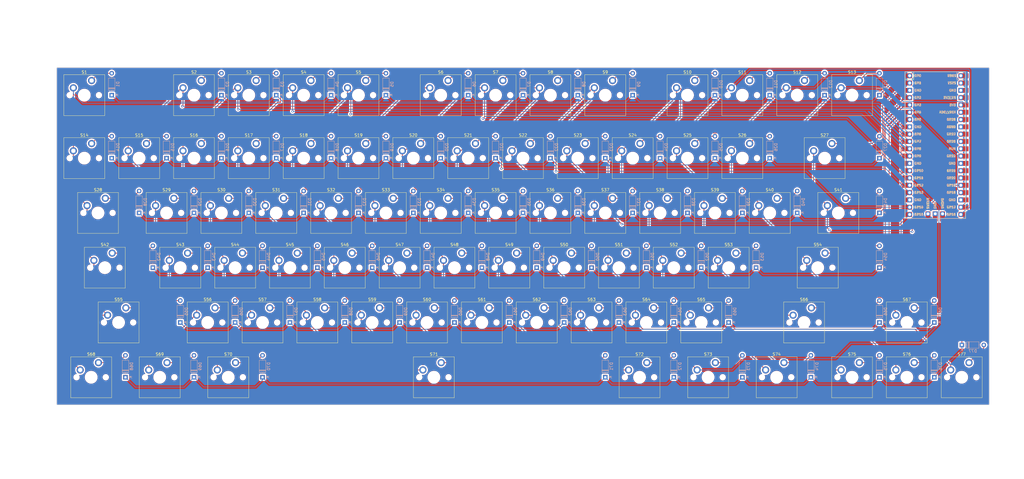
<source format=kicad_pcb>
(kicad_pcb (version 20221018) (generator pcbnew)
  (layers (0 "F.Cu" signal) (31 "B.Cu" signal) (34 "B.Paste" user) (35 "F.Paste" user) (36 "B.SilkS" user "B.Silkscreen") (37 "F.SilkS" user "F.Silkscreen") (38 "B.Mask" user) (39 "F.Mask" user) (44 "Edge.Cuts" user))
  (net 0 "")
  (net 1 "Row 0")
  (net 2 "Net-(D1-A)")
  (net 3 "Net-(D2-A)")
  (net 4 "Net-(D3-A)")
  (net 5 "Net-(D4-A)")
  (net 6 "Net-(D5-A)")
  (net 7 "Net-(D6-A)")
  (net 8 "Net-(D7-A)")
  (net 9 "Net-(D8-A)")
  (net 10 "Net-(D9-A)")
  (net 11 "Net-(D10-A)")
  (net 12 "Net-(D11-A)")
  (net 13 "Net-(D12-A)")
  (net 14 "Net-(D13-A)")
  (net 15 "Row 1")
  (net 16 "Net-(D14-A)")
  (net 17 "Net-(D15-A)")
  (net 18 "Net-(D16-A)")
  (net 19 "Net-(D17-A)")
  (net 20 "Net-(D18-A)")
  (net 21 "Net-(D19-A)")
  (net 22 "Net-(D20-A)")
  (net 23 "Net-(D21-A)")
  (net 24 "Net-(D22-A)")
  (net 25 "Net-(D23-A)")
  (net 26 "Net-(D24-A)")
  (net 27 "Net-(D25-A)")
  (net 28 "Net-(D26-A)")
  (net 29 "Net-(D27-A)")
  (net 30 "Row 2")
  (net 31 "Net-(D28-A)")
  (net 32 "Net-(D29-A)")
  (net 33 "Net-(D30-A)")
  (net 34 "Net-(D31-A)")
  (net 35 "Net-(D32-A)")
  (net 36 "Net-(D33-A)")
  (net 37 "Net-(D34-A)")
  (net 38 "Net-(D35-A)")
  (net 39 "Net-(D36-A)")
  (net 40 "Net-(D37-A)")
  (net 41 "Net-(D38-A)")
  (net 42 "Net-(D39-A)")
  (net 43 "Net-(D40-A)")
  (net 44 "Net-(D41-A)")
  (net 45 "Row 3")
  (net 46 "Net-(D42-A)")
  (net 47 "Net-(D43-A)")
  (net 48 "Net-(D44-A)")
  (net 49 "Net-(D45-A)")
  (net 50 "Net-(D46-A)")
  (net 51 "Net-(D47-A)")
  (net 52 "Net-(D48-A)")
  (net 53 "Net-(D49-A)")
  (net 54 "Net-(D50-A)")
  (net 55 "Net-(D51-A)")
  (net 56 "Net-(D52-A)")
  (net 57 "Net-(D53-A)")
  (net 58 "Net-(D54-A)")
  (net 59 "Row 4")
  (net 60 "Net-(D55-A)")
  (net 61 "Net-(D56-A)")
  (net 62 "Net-(D57-A)")
  (net 63 "Net-(D58-A)")
  (net 64 "Net-(D59-A)")
  (net 65 "Net-(D60-A)")
  (net 66 "Net-(D61-A)")
  (net 67 "Net-(D62-A)")
  (net 68 "Net-(D63-A)")
  (net 69 "Net-(D64-A)")
  (net 70 "Net-(D65-A)")
  (net 71 "Net-(D66-A)")
  (net 72 "Net-(D67-A)")
  (net 73 "Row 5")
  (net 74 "Net-(D68-A)")
  (net 75 "Net-(D69-A)")
  (net 76 "Net-(D70-A)")
  (net 77 "Net-(D71-A)")
  (net 78 "Net-(D72-A)")
  (net 79 "Net-(D73-A)")
  (net 80 "Net-(D74-A)")
  (net 81 "Net-(D75-A)")
  (net 82 "Net-(D76-A)")
  (net 83 "Net-(D77-A)")
  (net 84 "Column 0")
  (net 85 "Column 1")
  (net 86 "Column 2")
  (net 87 "Column 3")
  (net 88 "Column 4")
  (net 89 "Column 5")
  (net 90 "Column 6")
  (net 91 "Column 7")
  (net 92 "Column 8")
  (net 93 "Column 9")
  (net 94 "Column 10")
  (net 95 "Column 11")
  (net 96 "Column 12")
  (net 97 "Column 13")
  (footprint "ScottoKeebs_MX:MX_PCB_1.00u" (layer "F.Cu") (at 327.96 77.64675)
    (fp_text reference "S13")
    (fp_text value "Keyswitch")
  )
  (footprint "ScottoKeebs_MX:MX_PCB_1.00u" (layer "F.Cu") (at 289.86 77.64675)
    (fp_text reference "S11")
    (fp_text value "Keyswitch")
  )
  (footprint "ScottoKeebs_MX:MX_PCB_1.00u" (layer "F.Cu") (at 108.885 118.5975)
    (fp_text reference "S30")
    (fp_text value "Keyswitch")
  )
  (footprint "ScottoKeebs_MX:MX_PCB_1.00u" (layer "F.Cu") (at 137.46 77.64675)
    (fp_text reference "S4")
    (fp_text value "Keyswitch")
  )
  (footprint "ScottoKeebs_MX:MX_PCB_1.00u" (layer "F.Cu") (at 347.01 156.6975)
    (fp_text reference "S67")
    (fp_text value "Keyswitch")
  )
  (footprint "ScottoKeebs_MX:MX_PCB_1.00u" (layer "F.Cu") (at 327.96 175.7475)
    (fp_text reference "S75")
    (fp_text value "Keyswitch")
  )
  (footprint "ScottoKeebs_MX:MX_PCB_1.00u" (layer "F.Cu") (at 89.835 118.5975)
    (fp_text reference "S29")
    (fp_text value "Keyswitch")
  )
  (footprint "ScottoKeebs_MX:MX_PCB_1.00u" (layer "F.Cu") (at 261.285 118.5975)
    (fp_text reference "S38")
    (fp_text value "Keyswitch")
  )
  (footprint "ScottoKeebs_MX:MX_PCB_1.00u" (layer "F.Cu") (at 118.41 99.5475)
    (fp_text reference "S17")
    (fp_text value "Keyswitch")
  )
  (footprint "ScottoKeebs_MX:MX_PCB_1.00u" (layer "F.Cu") (at 270.81 77.64675)
    (fp_text reference "S10")
    (fp_text value "Keyswitch")
  )
  (footprint "ScottoKeebs_MX:MX_PCB_1.00u" (layer "F.Cu") (at 180.3225 156.6975)
    (fp_text reference "S60")
    (fp_text value "Keyswitch")
  )
  (footprint "ScottoKeebs_MX:MX_PCB_1.00u" (layer "F.Cu") (at 289.86 99.5475)
    (fp_text reference "S26")
    (fp_text value "Keyswitch")
  )
  (footprint "ScottoKeebs_MX:MX_PCB_1.00u" (layer "F.Cu") (at 185.085 77.64675)
    (fp_text reference "S6")
    (fp_text value "Keyswitch")
  )
  (footprint "ScottoKeebs_MX:MX_PCB_1.00u" (layer "F.Cu") (at 242.235 118.5975)
    (fp_text reference "S37")
    (fp_text value "Keyswitch")
  )
  (footprint "ScottoKeebs_MX:MX_PCB_1.00u" (layer "F.Cu") (at 347.01 175.7475)
    (fp_text reference "S76")
    (fp_text value "Keyswitch")
  )
  (footprint "ScottoKeebs_MX:MX_PCB_1.25u" (layer "F.Cu") (at 254.14125 175.7475)
    (fp_text reference "S72")
    (fp_text value "Keyswitch")
  )
  (footprint "ScottoKeebs_MX:MX_PCB_1.00u" (layer "F.Cu") (at 61.26 99.5475)
    (fp_text reference "S14")
    (fp_text value "Keyswitch")
  )
  (footprint "ScottoKeebs_MX:MX_PCB_1.00u" (layer "F.Cu") (at 232.71 99.5475)
    (fp_text reference "S23")
    (fp_text value "Keyswitch")
  )
  (footprint "ScottoKeebs_MX:MX_PCB_1.00u" (layer "F.Cu") (at 204.135 77.64675)
    (fp_text reference "S7")
    (fp_text value "Keyswitch")
  )
  (footprint "ScottoKeebs_MX:MX_PCB_1.00u" (layer "F.Cu") (at 275.5725 156.6975)
    (fp_text reference "S65")
    (fp_text value "Keyswitch")
  )
  (footprint "ScottoKeebs_MX:MX_PCB_1.00u" (layer "F.Cu") (at 166.035 118.5975)
    (fp_text reference "S33")
    (fp_text value "Keyswitch")
  )
  (footprint "ScottoKeebs_MX:MX_PCB_1.00u" (layer "F.Cu") (at 227.9475 137.6475)
    (fp_text reference "S50")
    (fp_text value "Keyswitch")
  )
  (footprint "ScottoKeebs_MX:MX_PCB_1.00u" (layer "F.Cu") (at 137.46 99.5475)
    (fp_text reference "S18")
    (fp_text value "Keyswitch")
  )
  (footprint "ScottoKeebs_MX:MX_PCB_1.00u" (layer "F.Cu") (at 223.185 77.64675)
    (fp_text reference "S8")
    (fp_text value "Keyswitch")
  )
  (footprint "ScottoKeebs_MX:MX_PCB_1.00u" (layer "F.Cu") (at 270.81 99.5475)
    (fp_text reference "S25")
    (fp_text value "Keyswitch")
  )
  (footprint "ScottoKeebs_MX:MX_PCB_1.25u" (layer "F.Cu") (at 301.76625 175.7475)
    (fp_text reference "S74")
    (fp_text value "Keyswitch")
  )
  (footprint "ScottoKeebs_MX:MX_PCB_1.00u" (layer "F.Cu") (at 104.1225 156.6975)
    (fp_text reference "S56")
    (fp_text value "Keyswitch")
  )
  (footprint "ScottoKeebs_MX:MX_PCB_1.00u" (layer "F.Cu") (at 237.4725 156.6975)
    (fp_text reference "S63")
    (fp_text value "Keyswitch")
  )
  (footprint "ScottoKeebs_MX:MX_PCB_1.00u" (layer "F.Cu") (at 146.985 118.5975)
    (fp_text reference "S32")
    (fp_text value "Keyswitch")
  )
  (footprint "ScottoKeebs_MX:MX_PCB_1.00u" (layer "F.Cu") (at 366.06 175.7475)
    (fp_text reference "S77")
    (fp_text value "Keyswitch")
  )
  (footprint "ScottoKeebs_MX:MX_PCB_1.00u" (layer "F.Cu") (at 208.8975 137.6475)
    (fp_text reference "S49")
    (fp_text value "Keyswitch")
  )
  (footprint "ScottoKeebs_MX:MX_PCB_1.00u" (layer "F.Cu") (at 113.6475 137.6475)
    (fp_text reference "S44")
    (fp_text value "Keyswitch")
  )
  (footprint "ScottoKeebs_MCU:Raspberry_Pi_Pico" (layer "F.Cu") (at 356.87 95.0214)
    (fp_text reference "U2" hide)
    (fp_text value "Raspberry_Pi_Pico" hide)
  )
  (footprint "ScottoKeebs_MX:MX_PCB_1.00u" (layer "F.Cu") (at 251.76 99.5475)
    (fp_text reference "S24")
    (fp_text value "Keyswitch")
  )
  (footprint "ScottoKeebs_MX:MX_PCB_1.00u" (layer "F.Cu") (at 99.36 77.64675)
    (fp_text reference "S2")
    (fp_text value "Keyswitch")
  )
  (footprint "ScottoKeebs_MX:MX_PCB_1.00u" (layer "F.Cu") (at 189.8475 137.6475)
    (fp_text reference "S48")
    (fp_text value "Keyswitch")
  )
  (footprint "ScottoKeebs_MX:MX_PCB_1.00u" (layer "F.Cu") (at 127.935 118.5975)
    (fp_text reference "S31")
    (fp_text value "Keyswitch")
  )
  (footprint "ScottoKeebs_MX:MX_PCB_1.00u" (layer "F.Cu") (at 99.36 99.5475)
    (fp_text reference "S16")
    (fp_text value "Keyswitch")
  )
  (footprint "ScottoKeebs_MX:MX_PCB_1.00u" (layer "F.Cu") (at 156.51 99.5475)
    (fp_text reference "S19")
    (fp_text value "Keyswitch")
  )
  (footprint "ScottoKeebs_MX:MX_PCB_1.00u" (layer "F.Cu") (at 132.6975 137.6475)
    (fp_text reference "S45")
    (fp_text value "Keyswitch")
  )
  (footprint "ScottoKeebs_MX:MX_PCB_1.00u" (layer "F.Cu") (at 308.91 77.64675)
    (fp_text reference "S12")
    (fp_text value "Keyswitch")
  )
  (footprint "ScottoKeebs_MX:MX_PCB_1.00u" (layer "F.Cu") (at 175.56 99.5475)
    (fp_text reference "S20")
    (fp_text value "Keyswitch")
  )
  (footprint "ScottoKeebs_MX:MX_PCB_1.25u" (layer "F.Cu") (at 63.64125 175.7475)
    (fp_text reference "S68")
    (fp_text value "Keyswitch")
  )
  (footprint "ScottoKeebs_MX:MX_PCB_1.00u" (layer "F.Cu") (at 61.26 77.64675)
    (fp_text reference "S1")
    (fp_text value "Keyswitch")
  )
  (footprint "ScottoKeebs_MX:MX_PCB_1.00u" (layer "F.Cu") (at 223.185 118.5975)
    (fp_text reference "S36")
    (fp_text value "Keyswitch")
  )
  (footprint "ScottoKeebs_MX:MX_PCB_1.25u" (layer "F.Cu") (at 111.26625 175.7475)
    (fp_text reference "S70")
    (fp_text value "Keyswitch")
  )
  (footprint "ScottoKeebs_MX:MX_PCB_1.00u" (layer "F.Cu") (at 256.5225 156.6975)
    (fp_text reference "S64")
    (fp_text value "Keyswitch")
  )
  (footprint "ScottoKeebs_MX:MX_PCB_1.00u" (layer "F.Cu") (at 123.1725 156.6975)
    (fp_text reference "S57")
    (fp_text value "Keyswitch")
  )
  (footprint "ScottoKeebs_MX:MX_PCB_1.00u" (layer "F.Cu") (at 199.3725 156.6975)
    (fp_text reference "S61")
    (fp_text value "Keyswitch")
  )
  (footprint "ScottoKeebs_MX:MX_PCB_1.00u" (layer "F.Cu") (at 246.9975 137.6475)
    (fp_text reference "S51")
    (fp_text value "Keyswitch")
  )
  (footprint "ScottoKeebs_MX:MX_PCB_2.25u" (layer "F.Cu") (at 73.16625 156.6975)
    (fp_text reference "S55")
    (fp_text value "Keyswitch")
  )
  (footprint "ScottoKeebs_MX:MX_PCB_1.50u" (layer "F.Cu") (at 66.0225 118.5975)
    (fp_text reference "S28")
    (fp_text value "Keyswitch")
  )
  (footprint "ScottoKeebs_MX:MX_PCB_1.00u" (layer "F.Cu") (at 280.335 118.5975)
    (fp_text reference "S39")
    (fp_text value "Keyswitch")
  )
  (footprint "ScottoKeebs_MX:MX_PCB_1.00u" (layer "F.Cu") (at 218.4225 156.6975)
    (fp_text reference "S62")
    (fp_text value "Keyswitch")
  )
  (footprint "ScottoKeebs_MX:MX_PCB_1.00u" (layer "F.Cu") (at 204.135 118.5975)
    (fp_text reference "S35")
    (fp_text value "Keyswitch")
  )
  (footprint "ScottoKeebs_MX:MX_PCB_1.00u" (layer "F.Cu") (at 156.51 77.64675)
    (fp_text reference "S5")
    (fp_text value "Keyswitch")
  )
  (footprint "ScottoKeebs_MX:MX_PCB_1.00u" (layer "F.Cu") (at 194.61 99.5475)
    (fp_text reference "S21")
    (fp_text value "Keyswitch")
  )
  (footprint "ScottoKeebs_MX:MX_PCB_2.00u" (layer "F.Cu") (at 318.435 99.5475)
    (fp_text reference "S27")
    (fp_text value "Keyswitch")
  )
  (footprint "ScottoKeebs_MX:MX_PCB_1.00u" (layer "F.Cu") (at 185.085 118.5975)
    (fp_text reference "S34")
    (fp_text value "Keyswitch")
  )
  (footprint "ScottoKeebs_MX:MX_PCB_1.25u" (layer "F.Cu") (at 277.95375 175.7475)
    (fp_text reference "S73")
    (fp_text value "Keyswitch")
  )
  (footprint "ScottoKeebs_MX:MX_PCB_1.00u" (layer "F.Cu") (at 213.66 99.5475)
    (fp_text reference "S22")
    (fp_text value "Keyswitch")
  )
  (footprint "ScottoKeebs_MX:MX_PCB_2.25u" (layer "F.Cu") (at 316.05375 137.6475)
    (fp_text reference "S54")
    (fp_text value "Keyswitch")
  )
  (footprint "ScottoKeebs_MX:MX_PCB_1.00u" (layer "F.Cu") (at 80.31 99.5475)
    (fp_text reference "S15")
    (fp_text value "Keyswitch")
  )
  (footprint "ScottoKeebs_MX:MX_PCB_2.75u" (layer "F.Cu") (at 311.29125 156.6975)
    (fp_text reference "S66")
    (fp_text value "Keyswitch")
  )
  (footprint "ScottoKeebs_MX:MX_PCB_1.25u" (layer "F.Cu") (at 87.45375 175.7475)
    (fp_text reference "S69")
    (fp_text value "Keyswitch")
  )
  (footprint "ScottoKeebs_MX:MX_PCB_1.00u" (layer "F.Cu") (at 266.0475 137.6475)
    (fp_text reference "S52")
    (fp_text value "Keyswitch")
  )
  (footprint "ScottoKeebs_MX:MX_PCB_1.00u" (layer "F.Cu") (at 94.5975 137.6475)
    (fp_text reference "S43")
    (fp_text value "Keyswitch")
  )
  (footprint "ScottoKeebs_MX:MX_PCB_1.00u" (layer "F.Cu") (at 151.7475 137.6475)
    (fp_text reference "S46")
    (fp_text value "Keyswitch")
  )
  (footprint "ScottoKeebs_MX:MX_PCB_1.00u" (layer "F.Cu") (at 118.41 77.64675)
    (fp_text reference "S3")
    (fp_text value "Keyswitch")
  )
  (footprint "ScottoKeebs_MX:MX_PCB_1.50u" (layer "F.Cu") (at 323.1975 118.5975)
    (fp_text reference "S41")
    (fp_text value "Keyswitch")
  )
  (footprint "ScottoKeebs_MX:MX_PCB_6.25u" (layer "F.Cu") (at 182.70375 175.7475)
    (fp_text reference "S71")
    (fp_text value "Keyswitch")
  )
  (footprint "ScottoKeebs_MX:MX_PCB_1.00u" (layer "F.Cu") (at 142.2225 156.6975)
    (fp_text reference "S58")
    (fp_text value "Keyswitch")
  )
  (footprint "ScottoKeebs_MX:MX_PCB_1.00u" (layer "F.Cu") (at 170.7975 137.6475)
    (fp_text reference "S47")
    (fp_text value "Keyswitch")
  )
  (footprint "ScottoKeebs_MX:MX_PCB_1.00u" (layer "F.Cu") (at 161.2725 156.6975)
    (fp_text reference "S59")
    (fp_text value "Keyswitch")
  )
  (footprint "ScottoKeebs_MX:MX_PCB_1.00u" (layer "F.Cu") (at 285.0975 137.6475)
    (fp_text reference "S53")
    (fp_text value "Keyswitch")
  )
  (footprint "ScottoKeebs_MX:MX_PCB_1.00u" (layer "F.Cu") (at 242.235 77.64675)
    (fp_text reference "S9")
    (fp_text value "Keyswitch")
  )
  (footprint "ScottoKeebs_MX:MX_PCB_1.75u" (layer "F.Cu") (at 68.40375 137.6475)
    (fp_text reference "S42")
    (fp_text value "Keyswitch")
  )
  (footprint "ScottoKeebs_MX:MX_PCB_1.00u" (layer "F.Cu") (at 299.385 118.5975)
    (fp_text reference "S40")
    (fp_text value "Keyswitch")
  )
  (footprint "ScottoKeebs_Components:Diode_DO-35" (layer "B.Cu") (at 85.0725 137.6475 90)
    (fp_text reference "D42")
    (fp_text value "Diode")
  )
  (footprint "ScottoKeebs_Components:Diode_DO-35" (layer "B.Cu") (at 146.985 99.5475 90)
    (fp_text reference "D18")
    (fp_text value "Diode")
  )
  (footprint "ScottoKeebs_Components:Diode_DO-35" (layer "B.Cu") (at 132.6975 156.6975 90)
    (fp_text reference "D57")
    (fp_text value "Diode")
  )
  (footprint "ScottoKeebs_Components:Diode_DO-35" (layer "B.Cu") (at 127.935 99.5475 90)
    (fp_text reference "D17")
    (fp_text value "Diode")
  )
  (footprint "ScottoKeebs_Components:Diode_DO-35" (layer "B.Cu") (at 166.035 77.64675 90)
    (fp_text reference "D5")
    (fp_text value "Diode")
  )
  (footprint "ScottoKeebs_Components:Diode_DO-35" (layer "B.Cu") (at 299.385 77.64675 90)
    (fp_text reference "D11")
    (fp_text value "Diode")
  )
  (footprint "ScottoKeebs_Components:Diode_DO-35" (layer "B.Cu") (at 227.9475 156.6975 90)
    (fp_text reference "D62")
    (fp_text value "Diode")
  )
  (footprint "ScottoKeebs_Components:Diode_DO-35" (layer "B.Cu") (at 266.0475 175.7475 90)
    (fp_text reference "D72")
    (fp_text value "Diode")
  )
  (footprint "ScottoKeebs_Components:Diode_DO-35" (layer "B.Cu") (at 366.1156 164.5158)
    (fp_text reference "D77")
    (fp_text value "Diode")
  )
  (footprint "ScottoKeebs_Components:Diode_DO-35" (layer "B.Cu") (at 308.91 118.5975 90)
    (fp_text reference "D40")
    (fp_text value "Diode")
  )
  (footprint "ScottoKeebs_Components:Diode_DO-35" (layer "B.Cu") (at 270.81 118.5975 90)
    (fp_text reference "D38")
    (fp_text value "Diode")
  )
  (footprint "ScottoKeebs_Components:Diode_DO-35" (layer "B.Cu") (at 80.31 118.5975 90)
    (fp_text reference "D28")
    (fp_text value "Diode")
  )
  (footprint "ScottoKeebs_Components:Diode_DO-35" (layer "B.Cu") (at 280.335 99.5475 90)
    (fp_text reference "D25")
    (fp_text value "Diode")
  )
  (footprint "ScottoKeebs_Components:Diode_DO-35" (layer "B.Cu") (at 185.085 99.5475 90)
    (fp_text reference "D20")
    (fp_text value "Diode")
  )
  (footprint "ScottoKeebs_Components:Diode_DO-35" (layer "B.Cu") (at 127.935 77.64675 90)
    (fp_text reference "D3")
    (fp_text value "Diode")
  )
  (footprint "ScottoKeebs_Components:Diode_DO-35" (layer "B.Cu") (at 175.56 118.5975 90)
    (fp_text reference "D33")
    (fp_text value "Diode")
  )
  (footprint "ScottoKeebs_Components:Diode_DO-35" (layer "B.Cu") (at 99.36 118.5975 90)
    (fp_text reference "D29")
    (fp_text value "Diode")
  )
  (footprint "ScottoKeebs_Components:Diode_DO-35" (layer "B.Cu") (at 194.61 77.64675 90)
    (fp_text reference "D6")
    (fp_text value "Diode")
  )
  (footprint "ScottoKeebs_Components:Diode_DO-35" (layer "B.Cu") (at 289.86 118.5975 90)
    (fp_text reference "D39")
    (fp_text value "Diode")
  )
  (footprint "ScottoKeebs_Components:Diode_DO-35" (layer "B.Cu") (at 261.285 99.5475 90)
    (fp_text reference "D24")
    (fp_text value "Diode")
  )
  (footprint "ScottoKeebs_Components:Diode_DO-35" (layer "B.Cu") (at 113.6475 156.6975 90)
    (fp_text reference "D56")
    (fp_text value "Diode")
  )
  (footprint "ScottoKeebs_Components:Diode_DO-35" (layer "B.Cu") (at 189.8475 156.6975 90)
    (fp_text reference "D60")
    (fp_text value "Diode")
  )
  (footprint "ScottoKeebs_Components:Diode_DO-35" (layer "B.Cu") (at 337.485 118.5975 90)
    (fp_text reference "D41")
    (fp_text value "Diode")
  )
  (footprint "ScottoKeebs_Components:Diode_DO-35" (layer "B.Cu") (at 104.1225 137.6475 90)
    (fp_text reference "D43")
    (fp_text value "Diode")
  )
  (footprint "ScottoKeebs_Components:Diode_DO-35" (layer "B.Cu") (at 313.6725 175.7475 90)
    (fp_text reference "D74")
    (fp_text value "Diode")
  )
  (footprint "ScottoKeebs_Components:Diode_DO-35" (layer "B.Cu") (at 123.1725 175.7475 90)
    (fp_text reference "D70")
    (fp_text value "Diode")
  )
  (footprint "ScottoKeebs_Components:Diode_DO-35" (layer "B.Cu") (at 318.435 77.64675 90)
    (fp_text reference "D12")
    (fp_text value "Diode")
  )
  (footprint "ScottoKeebs_Components:Diode_DO-35" (layer "B.Cu") (at 94.5975 156.6975 90)
    (fp_text reference "D55")
    (fp_text value "Diode")
  )
  (footprint "ScottoKeebs_Components:Diode_DO-35" (layer "B.Cu") (at 194.61 118.5975 90)
    (fp_text reference "D34")
    (fp_text value "Diode")
  )
  (footprint "ScottoKeebs_Components:Diode_DO-35" (layer "B.Cu") (at 146.985 77.64675 90)
    (fp_text reference "D4")
    (fp_text value "Diode")
  )
  (footprint "ScottoKeebs_Components:Diode_DO-35" (layer "B.Cu") (at 218.4225 137.6475 90)
    (fp_text reference "D49")
    (fp_text value "Diode")
  )
  (footprint "ScottoKeebs_Components:Diode_DO-35" (layer "B.Cu") (at 242.235 99.5475 90)
    (fp_text reference "D23")
    (fp_text value "Diode")
  )
  (footprint "ScottoKeebs_Components:Diode_DO-35" (layer "B.Cu") (at 156.51 118.5975 90)
    (fp_text reference "D32")
    (fp_text value "Diode")
  )
  (footprint "ScottoKeebs_Components:Diode_DO-35" (layer "B.Cu") (at 280.335 77.64675 90)
    (fp_text reference "D10")
    (fp_text value "Diode")
  )
  (footprint "ScottoKeebs_Components:Diode_DO-35" (layer "B.Cu") (at 299.385 99.5475 90)
    (fp_text reference "D26")
    (fp_text value "Diode")
  )
  (footprint "ScottoKeebs_Components:Diode_DO-35" (layer "B.Cu") (at 337.485 137.6475 90)
    (fp_text reference "D54")
    (fp_text value "Diode")
  )
  (footprint "ScottoKeebs_Components:Diode_DO-35" (layer "B.Cu") (at 223.185 99.5475 90)
    (fp_text reference "D22")
    (fp_text value "Diode")
  )
  (footprint "ScottoKeebs_Components:Diode_DO-35" (layer "B.Cu") (at 170.7975 156.6975 90)
    (fp_text reference "D59")
    (fp_text value "Diode")
  )
  (footprint "ScottoKeebs_Components:Diode_DO-35" (layer "B.Cu") (at 237.4725 137.6475 90)
    (fp_text reference "D50")
    (fp_text value "Diode")
  )
  (footprint "ScottoKeebs_Components:Diode_DO-35" (layer "B.Cu") (at 123.1725 137.6475 90)
    (fp_text reference "D44")
    (fp_text value "Diode")
  )
  (footprint "ScottoKeebs_Components:Diode_DO-35" (layer "B.Cu") (at 246.9975 156.6975 90)
    (fp_text reference "D63")
    (fp_text value "Diode")
  )
  (footprint "ScottoKeebs_Components:Diode_DO-35" (layer "B.Cu") (at 242.235 175.7475 90)
    (fp_text reference "D71")
    (fp_text value "Diode")
  )
  (footprint "ScottoKeebs_Components:Diode_DO-35" (layer "B.Cu") (at 275.5725 137.6475 90)
    (fp_text reference "D52")
    (fp_text value "Diode")
  )
  (footprint "ScottoKeebs_Components:Diode_DO-35" (layer "B.Cu") (at 99.36 175.7475 90)
    (fp_text reference "D69")
    (fp_text value "Diode")
  )
  (footprint "ScottoKeebs_Components:Diode_DO-35" (layer "B.Cu") (at 151.7475 156.6975 90)
    (fp_text reference "D58")
    (fp_text value "Diode")
  )
  (footprint "ScottoKeebs_Components:Diode_DO-35" (layer "B.Cu") (at 118.41 118.5975 90)
    (fp_text reference "D30")
    (fp_text value "Diode")
  )
  (footprint "ScottoKeebs_Components:Diode_DO-35" (layer "B.Cu") (at 285.0975 156.6975 90)
    (fp_text reference "D65")
    (fp_text value "Diode")
  )
  (footprint "ScottoKeebs_Components:Diode_DO-35" (layer "B.Cu") (at 75.5475 175.7475 90)
    (fp_text reference "D68")
    (fp_text value "Diode")
  )
  (footprint "ScottoKeebs_Components:Diode_DO-35" (layer "B.Cu") (at 356.535 156.6975 90)
    (fp_text reference "D67")
    (fp_text value "Diode")
  )
  (footprint "ScottoKeebs_Components:Diode_DO-35" (layer "B.Cu") (at 208.8975 156.6975 90)
    (fp_text reference "D61")
    (fp_text value "Diode")
  )
  (footprint "ScottoKeebs_Components:Diode_DO-35" (layer "B.Cu") (at 337.485 77.64675 90)
    (fp_text reference "D13")
    (fp_text value "Diode")
  )
  (footprint "ScottoKeebs_Components:Diode_DO-35" (layer "B.Cu") (at 204.135 99.5475 90)
    (fp_text reference "D21")
    (fp_text value "Diode")
  )
  (footprint "ScottoKeebs_Components:Diode_DO-35" (layer "B.Cu") (at 70.785 99.5475 90)
    (fp_text reference "D14")
    (fp_text value "Diode")
  )
  (footprint "ScottoKeebs_Components:Diode_DO-35" (layer "B.Cu") (at 289.86 175.7475 90)
    (fp_text reference "D73")
    (fp_text value "Diode")
  )
  (footprint "ScottoKeebs_Components:Diode_DO-35" (layer "B.Cu") (at 213.66 118.5975 90)
    (fp_text reference "D35")
    (fp_text value "Diode")
  )
  (footprint "ScottoKeebs_Components:Diode_DO-35" (layer "B.Cu") (at 337.485 99.5475 90)
    (fp_text reference "D27")
    (fp_text value "Diode")
  )
  (footprint "ScottoKeebs_Components:Diode_DO-35" (layer "B.Cu") (at 266.0475 156.6975 90)
    (fp_text reference "D64")
    (fp_text value "Diode")
  )
  (footprint "ScottoKeebs_Components:Diode_DO-35" (layer "B.Cu") (at 137.46 118.5975 90)
    (fp_text reference "D31")
    (fp_text value "Diode")
  )
  (footprint "ScottoKeebs_Components:Diode_DO-35" (layer "B.Cu") (at 337.485 175.7475 90)
    (fp_text reference "D75")
    (fp_text value "Diode")
  )
  (footprint "ScottoKeebs_Components:Diode_DO-35" (layer "B.Cu") (at 199.3725 137.6475 90)
    (fp_text reference "D48")
    (fp_text value "Diode")
  )
  (footprint "ScottoKeebs_Components:Diode_DO-35" (layer "B.Cu") (at 232.71 118.5975 90)
    (fp_text reference "D36")
    (fp_text value "Diode")
  )
  (footprint "ScottoKeebs_Components:Diode_DO-35" (layer "B.Cu") (at 337.485 156.6975 90)
    (fp_text reference "D66")
    (fp_text value "Diode")
  )
  (footprint "ScottoKeebs_Components:Diode_DO-35" (layer "B.Cu") (at 294.6225 137.6475 90)
    (fp_text reference "D53")
    (fp_text value "Diode")
  )
  (footprint "ScottoKeebs_Components:Diode_DO-35" (layer "B.Cu") (at 70.785 77.64675 90)
    (fp_text reference "D1")
    (fp_text value "Diode")
  )
  (footprint "ScottoKeebs_Components:Diode_DO-35" (layer "B.Cu") (at 251.76 118.5975 90)
    (fp_text reference "D37")
    (fp_text value "Diode")
  )
  (footprint "ScottoKeebs_Components:Diode_DO-35" (layer "B.Cu") (at 166.035 99.5475 90)
    (fp_text reference "D19")
    (fp_text value "Diode")
  )
  (footprint "ScottoKeebs_Components:Diode_DO-35" (layer "B.Cu") (at 108.885 77.64675 90)
    (fp_text reference "D2")
    (fp_text value "Diode")
  )
  (footprint "ScottoKeebs_Components:Diode_DO-35" (layer "B.Cu") (at 142.2225 137.6475 90)
    (fp_text reference "D45")
    (fp_text value "Diode")
  )
  (footprint "ScottoKeebs_Components:Diode_DO-35" (layer "B.Cu") (at 213.66 77.64675 90)
    (fp_text reference "D7")
    (fp_text value "Diode")
  )
  (footprint "ScottoKeebs_Components:Diode_DO-35" (layer "B.Cu") (at 89.835 99.5475 90)
    (fp_text reference "D15")
    (fp_text value "Diode")
  )
  (footprint "ScottoKeebs_Components:Diode_DO-35" (layer "B.Cu") (at 356.535 175.7475 90)
    (fp_text reference "D76")
    (fp_text value "Diode")
  )
  (footprint "ScottoKeebs_Components:Diode_DO-35" (layer "B.Cu") (at 108.885 99.5475 90)
    (fp_text reference "D16")
    (fp_text value "Diode")
  )
  (footprint "ScottoKeebs_Components:Diode_DO-35" (layer "B.Cu") (at 256.5225 137.6475 90)
    (fp_text reference "D51")
    (fp_text value "Diode")
  )
  (footprint "ScottoKeebs_Components:Diode_DO-35" (layer "B.Cu") (at 161.2725 137.6475 90)
    (fp_text reference "D46")
    (fp_text value "Diode")
  )
  (footprint "ScottoKeebs_Components:Diode_DO-35" (layer "B.Cu") (at 232.71 77.64675 90)
    (fp_text reference "D8")
    (fp_text value "Diode")
  )
  (footprint "ScottoKeebs_Components:Diode_DO-35" (layer "B.Cu") (at 180.3225 137.6475 90)
    (fp_text reference "D47")
    (fp_text value "Diode")
  )
  (footprint "ScottoKeebs_Components:Diode_DO-35" (layer "B.Cu") (at 251.76 77.64675 90)
    (fp_text reference "D9")
    (fp_text value "Diode")
  )
  (gr_rect (start 51.735 68.12) (end 375.585 185.2725) (stroke (width 0.1)) (fill none) (layer "Edge.Cuts"))
  (segment (start 344.24035 70.8914) (end 337.485 77.64675) (width 0.25) (layer "F.Cu") (net 1))
  (segment (start 347.98 70.8914) (end 344.24035 70.8914) (width 0.25) (layer "F.Cu") (net 1))
  (segment (start 125.56 80.02175) (end 111.26 80.02175) (width 0.25) (layer "B.Cu") (net 1))
  (segment (start 168.41 80.02175) (end 166.035 77.64675) (width 0.25) (layer "B.Cu") (net 1))
  (segment (start 337.485 77.64675) (end 335.11 80.02175) (width 0.25) (layer "B.Cu") (net 1))
  (segment (start 149.36 80.02175) (end 146.985 77.64675) (width 0.25) (layer "B.Cu") (net 1))
  (segment (start 146.985 77.64675) (end 144.61 80.02175) (width 0.25) (layer "B.Cu") (net 1))
  (segment (start 144.61 80.02175) (end 130.31 80.02175) (width 0.25) (layer "B.Cu") (net 1))
  (segment (start 316.06 80.02175) (end 301.76 80.02175) (width 0.25) (layer "B.Cu") (net 1))
  (segment (start 211.285 80.02175) (end 196.985 80.02175) (width 0.25) (layer "B.Cu") (net 1))
  (segment (start 166.035 77.64675) (end 163.66 80.02175) (width 0.25) (layer "B.Cu") (net 1))
  (segment (start 196.985 80.02175) (end 194.61 77.64675) (width 0.25) (layer "B.Cu") (net 1))
  (segment (start 254.135 80.02175) (end 251.76 77.64675) (width 0.25) (layer "B.Cu") (net 1))
  (segment (start 249.385 80.02175) (end 235.085 80.02175) (width 0.25) (layer "B.Cu") (net 1))
  (segment (start 108.885 77.64675) (end 106.51 80.02175) (width 0.25) (layer "B.Cu") (net 1))
  (segment (start 301.76 80.02175) (end 299.385 77.64675) (width 0.25) (layer "B.Cu") (net 1))
  (segment (start 194.61 77.64675) (end 192.235 80.02175) (width 0.25) (layer "B.Cu") (net 1))
  (segment (start 297.01 80.02175) (end 282.71 80.02175) (width 0.25) (layer "B.Cu") (net 1))
  (segment (start 280.335 77.64675) (end 277.96 80.02175) (width 0.25) (layer "B.Cu") (net 1))
  (segment (start 318.435 77.64675) (end 316.06 80.02175) (width 0.25) (layer "B.Cu") (net 1))
  (segment (start 216.035 80.02175) (end 213.66 77.64675) (width 0.25) (layer "B.Cu") (net 1))
  (segment (start 130.31 80.02175) (end 127.935 77.64675) (width 0.25) (layer "B.Cu") (net 1))
  (segment (start 299.385 77.64675) (end 297.01 80.02175) (width 0.25) (layer "B.Cu") (net 1))
  (segment (start 232.71 77.64675) (end 230.335 80.02175) (width 0.25) (layer "B.Cu") (net 1))
  (segment (start 192.235 80.02175) (end 168.41 80.02175) (width 0.25) (layer "B.Cu") (net 1))
  (segment (start 73.16 80.02175) (end 70.785 77.64675) (width 0.25) (layer "B.Cu") (net 1))
  (segment (start 251.76 77.64675) (end 249.385 80.02175) (width 0.25) (layer "B.Cu") (net 1))
  (segment (start 213.66 77.64675) (end 211.285 80.02175) (width 0.25) (layer "B.Cu") (net 1))
  (segment (start 277.96 80.02175) (end 254.135 80.02175) (width 0.25) (layer "B.Cu") (net 1))
  (segment (start 106.51 80.02175) (end 73.16 80.02175) (width 0.25) (layer "B.Cu") (net 1))
  (segment (start 235.085 80.02175) (end 232.71 77.64675) (width 0.25) (layer "B.Cu") (net 1))
  (segment (start 163.66 80.02175) (end 149.36 80.02175) (width 0.25) (layer "B.Cu") (net 1))
  (segment (start 127.935 77.64675) (end 125.56 80.02175) (width 0.25) (layer "B.Cu") (net 1))
  (segment (start 320.81 80.02175) (end 318.435 77.64675) (width 0.25) (layer "B.Cu") (net 1))
  (segment (start 230.335 80.02175) (end 216.035 80.02175) (width 0.25) (layer "B.Cu") (net 1))
  (segment (start 282.71 80.02175) (end 280.335 77.64675) (width 0.25) (layer "B.Cu") (net 1))
  (segment (start 111.26 80.02175) (end 108.885 77.64675) (width 0.25) (layer "B.Cu") (net 1))
  (segment (start 335.11 80.02175) (end 320.81 80.02175) (width 0.25) (layer "B.Cu") (net 1))
  (segment (start 70.785 70.02675) (end 66.34 70.02675) (width 0.25) (layer "F.Cu") (net 2))
  (segment (start 66.34 70.02675) (end 63.8 72.56675) (width 0.25) (layer "F.Cu") (net 2))
  (segment (start 104.44 70.02675) (end 101.9 72.56675) (width 0.25) (layer "F.Cu") (net 3))
  (segment (start 108.885 70.02675) (end 104.44 70.02675) (width 0.25) (layer "F.Cu") (net 3))
  (segment (start 127.935 70.02675) (end 123.49 70.02675) (width 0.25) (layer "F.Cu") (net 4))
  (segment (start 123.49 70.02675) (end 120.95 72.56675) (width 0.25) (layer "F.Cu") (net 4))
  (segment (start 146.985 70.02675) (end 142.54 70.02675) (width 0.25) (layer "F.Cu") (net 5))
  (segment (start 142.54 70.02675) (end 140 72.56675) (width 0.25) (layer "F.Cu") (net 5))
  (segment (start 166.035 70.02675) (end 161.59 70.02675) (width 0.25) (layer "F.Cu") (net 6))
  (segment (start 161.59 70.02675) (end 159.05 72.56675) (width 0.25) (layer "F.Cu") (net 6))
  (segment (start 194.61 70.02675) (end 190.165 70.02675) (width 0.25) (layer "F.Cu") (net 7))
  (segment (start 190.165 70.02675) (end 187.625 72.56675) (width 0.25) (layer "F.Cu") (net 7))
  (segment (start 213.66 70.02675) (end 209.215 70.02675) (width 0.25) (layer "F.Cu") (net 8))
  (segment (start 209.215 70.02675) (end 206.675 72.56675) (width 0.25) (layer "F.Cu") (net 8))
  (segment (start 232.71 70.02675) (end 228.265 70.02675) (width 0.25) (layer "F.Cu") (net 9))
  (segment (start 228.265 70.02675) (end 225.725 72.56675) (width 0.25) (layer "F.Cu") (net 9))
  (segment (start 251.76 70.02675) (end 247.315 70.02675) (width 0.25) (layer "F.Cu") (net 10))
  (segment (start 247.315 70.02675) (end 244.775 72.56675) (width 0.25) (layer "F.Cu") (net 10))
  (segment (start 280.335 70.02675) (end 275.89 70.02675) (width 0.25) (layer "F.Cu") (net 11))
  (segment (start 275.89 70.02675) (end 273.35 72.56675) (width 0.25) (layer "F.Cu") (net 11))
  (segment (start 299.385 70.02675) (end 294.94 70.02675) (width 0.25) (layer "F.Cu") (net 12))
  (segment (start 294.94 70.02675) (end 292.4 72.56675) (width 0.25) (layer "F.Cu") (net 12))
  (segment (start 313.99 70.02675) (end 311.45 72.56675) (width 0.25) (layer "F.Cu") (net 13))
  (segment (start 318.435 70.02675) (end 313.99 70.02675) (width 0.25) (layer "F.Cu") (net 13))
  (segment (start 333.04 70.02675) (end 330.5 72.56675) (width 0.25) (layer "F.Cu") (net 14))
  (segment (start 337.485 70.02675) (end 333.04 70.02675) (width 0.25) (layer "F.Cu") (net 14))
  (segment (start 338.61 98.4225) (end 337.485 99.5475) (width 0.25) (layer "F.Cu") (net 15))
  (segment (start 338.61 81.1914) (end 338.61 98.4225) (width 0.25) (layer "F.Cu") (net 15))
  (segment (start 346.37 73.4314) (end 338.61 81.1914) (width 0.25) (layer "F.Cu") (net 15))
  (segment (start 347.98 73.4314) (end 346.37 73.4314) (width 0.25) (layer "F.Cu") (net 15))
  (segment (start 282.71 101.9225) (end 297.01 101.9225) (width 0.25) (layer "B.Cu") (net 15))
  (segment (start 73.16 101.9225) (end 87.46 101.9225) (width 0.25) (layer "B.Cu") (net 15))
  (segment (start 223.185 99.5475) (end 225.56 101.9225) (width 0.25) (layer "B.Cu") (net 15))
  (segment (start 127.935 99.5475) (end 130.31 101.9225) (width 0.25) (layer "B.Cu") (net 15))
  (segment (start 166.035 99.5475) (end 168.41 101.9225) (width 0.25) (layer "B.Cu") (net 15))
  (segment (start 87.46 101.9225) (end 89.835 99.5475) (width 0.25) (layer "B.Cu") (net 15))
  (segment (start 335.11 101.9225) (end 337.485 99.5475) (width 0.25) (layer "B.Cu") (net 15))
  (segment (start 106.51 101.9225) (end 108.885 99.5475) (width 0.25) (layer "B.Cu") (net 15))
  (segment (start 89.835 99.5475) (end 92.21 101.9225) (width 0.25) (layer "B.Cu") (net 15))
  (segment (start 149.36 101.9225) (end 163.66 101.9225) (width 0.25) (layer "B.Cu") (net 15))
  (segment (start 206.51 101.9225) (end 220.81 101.9225) (width 0.25) (layer "B.Cu") (net 15))
  (segment (start 263.66 101.9225) (end 277.96 101.9225) (width 0.25) (layer "B.Cu") (net 15))
  (segment (start 201.76 101.9225) (end 204.135 99.5475) (width 0.25) (layer "B.Cu") (net 15))
  (segment (start 297.01 101.9225) (end 299.385 99.5475) (width 0.25) (layer "B.Cu") (net 15))
  (segment (start 244.61 101.9225) (end 258.91 101.9225) (width 0.25) (layer "B.Cu") (net 15))
  (segment (start 239.86 101.9225) (end 242.235 99.5475) (width 0.25) (layer "B.Cu") (net 15))
  (segment (start 144.61 101.9225) (end 146.985 99.5475) (width 0.25) (layer "B.Cu") (net 15))
  (segment (start 163.66 101.9225) (end 166.035 99.5475) (width 0.25) (layer "B.Cu") (net 15))
  (segment (start 299.385 99.5475) (end 301.76 101.9225) (width 0.25) (layer "B.Cu") (net 15))
  (segment (start 182.71 101.9225) (end 185.085 99.5475) (width 0.25) (layer "B.Cu") (net 15))
  (segment (start 258.91 101.9225) (end 261.285 99.5475) (width 0.25) (layer "B.Cu") (net 15))
  (segment (start 92.21 101.9225) (end 106.51 101.9225) (width 0.25) (layer "B.Cu") (net 15))
  (segment (start 168.41 101.9225) (end 182.71 101.9225) (width 0.25) (layer "B.Cu") (net 15))
  (segment (start 146.985 99.5475) (end 149.36 101.9225) (width 0.25) (layer "B.Cu") (net 15))
  (segment (start 277.96 101.9225) (end 280.335 99.5475) (width 0.25) (layer "B.Cu") (net 15))
  (segment (start 220.81 101.9225) (end 223.185 99.5475) (width 0.25) (layer "B.Cu") (net 15))
  (segment (start 301.76 101.9225) (end 335.11 101.9225) (width 0.25) (layer "B.Cu") (net 15))
  (segment (start 70.785 99.5475) (end 73.16 101.9225) (width 0.25) (layer "B.Cu") (net 15))
  (segment (start 204.135 99.5475) (end 206.51 101.9225) (width 0.25) (layer "B.Cu") (net 15))
  (segment (start 130.31 101.9225) (end 144.61 101.9225) (width 0.25) (layer "B.Cu") (net 15))
  (segment (start 185.085 99.5475) (end 187.46 101.9225) (width 0.25) (layer "B.Cu") (net 15))
  (segment (start 261.285 99.5475) (end 263.66 101.9225) (width 0.25) (layer "B.Cu") (net 15))
  (segment (start 280.335 99.5475) (end 282.71 101.9225) (width 0.25) (layer "B.Cu") (net 15))
  (segment (start 108.885 99.5475) (end 111.26 101.9225) (width 0.25) (layer "B.Cu") (net 15))
  (segment (start 242.235 99.5475) (end 244.61 101.9225) (width 0.25) (layer "B.Cu") (net 15))
  (segment (start 111.26 101.9225) (end 125.56 101.9225) (width 0.25) (layer "B.Cu") (net 15))
  (segment (start 125.56 101.9225) (end 127.935 99.5475) (width 0.25) (layer "B.Cu") (net 15))
  (segment (start 225.56 101.9225) (end 239.86 101.9225) (width 0.25) (layer "B.Cu") (net 15))
  (segment (start 187.46 101.9225) (end 201.76 101.9225) (width 0.25) (layer "B.Cu") (net 15))
  (segment (start 70.785 91.9275) (end 66.34 91.9275) (width 0.25) (layer "F.Cu") (net 16))
  (segment (start 66.34 91.9275) (end 63.8 94.4675) (width 0.25) (layer "F.Cu") (net 16))
  (segment (start 89.835 91.9275) (end 85.39 91.9275) (width 0.25) (layer "F.Cu") (net 17))
  (segment (start 85.39 91.9275) (end 82.85 94.4675) (width 0.25) (layer "F.Cu") (net 17))
  (segment (start 104.44 91.9275) (end 101.9 94.4675) (width 0.25) (layer "F.Cu") (net 18))
  (segment (start 108.885 91.9275) (end 104.44 91.9275) (width 0.25) (layer "F.Cu") (net 18))
  (segment (start 127.935 91.9275) (end 123.49 91.9275) (width 0.25) (layer "F.Cu") (net 19))
  (segment (start 123.49 91.9275) (end 120.95 94.4675) (width 0.25) (layer "F.Cu") (net 19))
  (segment (start 142.54 91.9275) (end 140 94.4675) (width 0.25) (layer "F.Cu") (net 20))
  (segment (start 146.985 91.9275) (end 142.54 91.9275) (width 0.25) (layer "F.Cu") (net 20))
  (segment (start 161.59 91.9275) (end 159.05 94.4675) (width 0.25) (layer "F.Cu") (net 21))
  (segment (start 166.035 91.9275) (end 161.59 91.9275) (width 0.25) (layer "F.Cu") (net 21))
  (segment (start 185.085 91.9275) (end 180.64 91.9275) (width 0.25) (layer "F.Cu") (net 22))
  (segment (start 180.64 91.9275) (end 178.1 94.4675) (width 0.25) (layer "F.Cu") (net 22))
  (segment (start 204.135 91.9275) (end 199.69 91.9275) (width 0.25) (layer "F.Cu") (net 23))
  (segment (start 199.69 91.9275) (end 197.15 94.4675) (width 0.25) (layer "F.Cu") (net 23))
  (segment (start 218.74 91.9275) (end 216.2 94.4675) (width 0.25) (layer "F.Cu") (net 24))
  (segment (start 223.185 91.9275) (end 218.74 91.9275) (width 0.25) (layer "F.Cu") (net 24))
  (segment (start 237.79 91.9275) (end 235.25 94.4675) (width 0.25) (layer "F.Cu") (net 25))
  (segment (start 242.235 91.9275) (end 237.79 91.9275) (width 0.25) (layer "F.Cu") (net 25))
  (segment (start 256.84 91.9275) (end 254.3 94.4675) (width 0.25) (layer "F.Cu") (net 26))
  (segment (start 261.285 91.9275) (end 256.84 91.9275) (width 0.25) (layer "F.Cu") (net 26))
  (segment (start 280.335 91.9275) (end 275.89 91.9275) (width 0.25) (layer "F.Cu") (net 27))
  (segment (start 275.89 91.9275) (end 273.35 94.4675) (width 0.25) (layer "F.Cu") (net 27))
  (segment (start 299.385 91.9275) (end 294.94 91.9275) (width 0.25) (layer "F.Cu") (net 28))
  (segment (start 294.94 91.9275) (end 292.4 94.4675) (width 0.25) (layer "F.Cu") (net 28))
  (segment (start 320.975 94.4675) (end 334.945 94.4675) (width 0.25) (layer "F.Cu") (net 29))
  (segment (start 334.945 94.4675) (end 337.485 91.9275) (width 0.25) (layer "F.Cu") (net 29))
  (segment (start 346.37 78.5114) (end 339.06 85.8214) (width 0.25) (layer "F.Cu") (net 30))
  (segment (start 339.06 85.8214) (end 339.06 117.0225) (width 0.25) (layer "F.Cu") (net 30))
  (segment (start 339.06 117.0225) (end 337.485 118.5975) (width 0.25) (layer "F.Cu") (net 30))
  (segment (start 347.98 78.5114) (end 346.37 78.5114) (width 0.25) (layer "F.Cu") (net 30))
  (segment (start 268.435 120.9725) (end 254.135 120.9725) (width 0.25) (layer "B.Cu") (net 30))
  (segment (start 306.535 120.9725) (end 292.235 120.9725) (width 0.25) (layer "B.Cu") (net 30))
  (segment (start 254.135 120.9725) (end 251.76 118.5975) (width 0.25) (layer "B.Cu") (net 30))
  (segment (start 232.71 118.5975) (end 230.335 120.9725) (width 0.25) (layer "B.Cu") (net 30))
  (segment (start 158.885 120.9725) (end 156.51 118.5975) (width 0.25) (layer "B.Cu") (net 30))
  (segment (start 173.185 120.9725) (end 158.885 120.9725) (width 0.25) (layer "B.Cu") (net 30))
  (segment (start 235.085 120.9725) (end 232.71 118.5975) (width 0.25) (layer "B.Cu") (net 30))
  (segment (start 139.835 120.9725) (end 137.46 118.5975) (width 0.25) (layer "B.Cu") (net 30))
  (segment (start 154.135 120.9725) (end 139.835 120.9725) (width 0.25) (layer "B.Cu") (net 30))
  (segment (start 135.085 120.9725) (end 120.785 120.9725) (width 0.25) (layer "B.Cu") (net 30))
  (segment (start 335.11 120.9725) (end 311.285 120.9725) (width 0.25) (layer "B.Cu") (net 30))
  (segment (start 99.36 118.5975) (end 96.985 120.9725) (width 0.25) (layer "B.Cu") (net 30))
  (segment (start 211.285 120.9725) (end 196.985 120.9725) (width 0.25) (layer "B.Cu") (net 30))
  (segment (start 196.985 120.9725) (end 194.61 118.5975) (width 0.25) (layer "B.Cu") (net 30))
  (segment (start 337.485 118.5975) (end 335.11 120.9725) (width 0.25) (layer "B.Cu") (net 30))
  (segment (start 251.76 118.5975) (end 249.385 120.9725) (width 0.25) (layer "B.Cu") (net 30))
  (segment (start 216.035 120.9725) (end 213.66 118.5975) (width 0.25) (layer "B.Cu") (net 30))
  (segment (start 82.685 120.9725) (end 80.31 118.5975) (width 0.25) (layer "B.Cu") (net 30))
  (segment (start 249.385 120.9725) (end 235.085 120.9725) (width 0.25) (layer "B.Cu") (net 30))
  (segment (start 289.86 118.5975) (end 287.485 120.9725) (width 0.25) (layer "B.Cu") (net 30))
  (segment (start 311.285 120.9725) (end 308.91 118.5975) (width 0.25) (layer "B.Cu") (net 30))
  (segment (start 287.485 120.9725) (end 273.185 120.9725) (width 0.25) (layer "B.Cu") (net 30))
  (segment (start 194.61 118.5975) (end 192.235 120.9725) (width 0.25) (layer "B.Cu") (net 30))
  (segment (start 116.035 120.9725) (end 101.735 120.9725) (width 0.25) (layer "B.Cu") (net 30))
  (segment (start 270.81 118.5975) (end 268.435 120.9725) (width 0.25) (layer "B.Cu") (net 30))
  (segment (start 273.185 120.9725) (end 270.81 118.5975) (width 0.25) (layer "B.Cu") (net 30))
  (segment (start 177.935 120.9725) (end 175.56 118.5975) (width 0.25) (layer "B.Cu") (net 30))
  (segment (start 96.985 120.9725) (end 82.685 120.9725) (width 0.25) (layer "B.Cu") (net 30))
  (segment (start 120.785 120.9725) (end 118.41 118.5975) (width 0.25) (layer "B.Cu") (net 30))
  (segment (start 156.51 118.5975) (end 154.135 120.9725) (width 0.25) (layer "B.Cu") (net 30))
  (segment (start 230.335 120.9725) (end 216.035 120.9725) (width 0.25) (layer "B.Cu") (net 30))
  (segment (start 101.735 120.9725) (end 99.36 118.5975) (width 0.25) (layer "B.Cu") (net 30))
  (segment (start 175.56 118.5975) (end 173.185 120.9725) (width 0.25) (layer "B.Cu") (net 30))
  (segment (start 308.91 118.5975) (end 306.535 120.9725) (width 0.25) (layer "B.Cu") (net 30))
  (segment (start 192.235 120.9725) (end 177.935 120.9725) (width 0.25) (layer "B.Cu") (net 30))
  (segment (start 137.46 118.5975) (end 135.085 120.9725) (width 0.25) (layer "B.Cu") (net 30))
  (segment (start 118.41 118.5975) (end 116.035 120.9725) (width 0.25) (layer "B.Cu") (net 30))
  (segment (start 292.235 120.9725) (end 289.86 118.5975) (width 0.25) (layer "B.Cu") (net 30))
  (segment (start 213.66 118.5975) (end 211.285 120.9725) (width 0.25) (layer "B.Cu") (net 30))
  (segment (start 68.5625 113.5175) (end 77.77 113.5175) (width 0.25) (layer "F.Cu") (net 31))
  (segment (start 77.77 113.5175) (end 80.31 110.9775) (width 0.25) (layer "F.Cu") (net 31))
  (segment (start 96.82 113.5175) (end 99.36 110.9775) (width 0.25) (layer "F.Cu") (net 32))
  (segment (start 92.375 113.5175) (end 96.82 113.5175) (width 0.25) (layer "F.Cu") (net 32))
  (segment (start 111.425 113.5175) (end 115.87 113.5175) (width 0.25) (layer "F.Cu") (net 33))
  (segment (start 115.87 113.5175) (end 118.41 110.9775) (width 0.25) (layer "F.Cu") (net 33))
  (segment (start 134.92 113.5175) (end 137.46 110.9775) (width 0.25) (layer "F.Cu") (net 34))
  (segment (start 130.475 113.5175) (end 134.92 113.5175) (width 0.25) (layer "F.Cu") (net 34))
  (segment (start 153.97 113.5175) (end 156.51 110.9775) (width 0.25) (layer "F.Cu") (net 35))
  (segment (start 149.525 113.5175) (end 153.97 113.5175) (width 0.25) (layer "F.Cu") (net 35))
  (segment (start 168.575 113.5175) (end 173.02 113.5175) (width 0.25) (layer "F.Cu") (net 36))
  (segment (start 173.02 113.5175) (end 175.56 110.9775) (width 0.25) (layer "F.Cu") (net 36))
  (segment (start 192.07 113.5175) (end 194.61 110.9775) (width 0.25) (layer "F.Cu") (net 37))
  (segment (start 187.625 113.5175) (end 192.07 113.5175) (width 0.25) (layer "F.Cu") (net 37))
  (segment (start 211.12 113.5175) (end 213.66 110.9775) (width 0.25) (layer "F.Cu") (net 38))
  (segment (start 206.675 113.5175) (end 211.12 113.5175) (width 0.25) (layer "F.Cu") (net 38))
  (segment (start 230.17 113.5175) (end 232.71 110.9775) (width 0.25) (layer "F.Cu") (net 39))
  (segment (start 225.725 113.5175) (end 230.17 113.5175) (width 0.25) (layer "F.Cu") (net 39))
  (segment (start 244.775 113.5175) (end 249.22 113.5175) (width 0.25) (layer "F.Cu") (net 40))
  (segment (start 249.22 113.5175) (end 251.76 110.9775) (width 0.25) (layer "F.Cu") (net 40))
  (segment (start 268.27 113.5175) (end 270.81 110.9775) (width 0.25) (layer "F.Cu") (net 41))
  (segment (start 263.825 113.5175) (end 268.27 113.5175) (width 0.25) (layer "F.Cu") (net 41))
  (segment (start 282.875 113.5175) (end 287.32 113.5175) (width 0.25) (layer "F.Cu") (net 42))
  (segment (start 287.32 113.5175) (end 289.86 110.9775) (width 0.25) (layer "F.Cu") (net 42))
  (segment (start 301.925 113.5175) (end 306.37 113.5175) (width 0.25) (layer "F.Cu") (net 43))
  (segment (start 306.37 113.5175) (end 308.91 110.9775) (width 0.25) (layer "F.Cu") (net 43))
  (segment (start 334.945 113.5175) (end 337.485 110.9775) (width 0.25) (layer "F.Cu") (net 44))
  (segment (start 325.7375 113.5175) (end 334.945 113.5175) (width 0.25) (layer "F.Cu") (net 44))
  (segment (start 346.37 81.0514) (end 339.51 87.9114) (width 0.25) (layer "F.Cu") (net 45))
  (segment (start 339.51 135.6225) (end 337.485 137.6475) (width 0.25) (layer "F.Cu") (net 45))
  (segment (start 339.51 87.9114) (end 339.51 135.6225) (width 0.25) (layer "F.Cu") (net 45))
  (segment (start 347.98 81.0514) (end 346.37 81.0514) (width 0.25) (layer "F.Cu") (net 45))
  (segment (start 161.2725 137.6475) (end 163.6475 140.0225) (width 0.25) (layer "B.Cu") (net 45))
  (segment (start 292.2475 140.0225) (end 294.6225 137.6475) (width 0.25) (layer "B.Cu") (net 45))
  (segment (start 139.8475 140.0225) (end 142.2225 137.6475) (width 0.25) (layer "B.Cu") (net 45))
  (segment (start 201.7475 140.0225) (end 216.0475 140.0225) (width 0.25) (layer "B.Cu") (net 45))
  (segment (start 199.3725 137.6475) (end 201.7475 140.0225) (width 0.25) (layer "B.Cu") (net 45))
  (segment (start 296.9975 140.0225) (end 335.11 140.0225) (width 0.25) (layer "B.Cu") (net 45))
  (segment (start 237.4725 137.6475) (end 239.8475 140.0225) (width 0.25) (layer "B.Cu") (net 45))
  (segment (start 220.7975 140.0225) (end 235.0975 140.0225) (width 0.25) (layer "B.Cu") (net 45))
  (segment (start 125.5475 140.0225) (end 139.8475 140.0225) (width 0.25) (layer "B.Cu") (net 45))
  (segment (start 277.9475 140.0225) (end 292.2475 140.0225) (width 0.25) (layer "B.Cu") (net 45))
  (segment (start 235.0975 140.0225) (end 237.4725 137.6475) (width 0.25) (layer "B.Cu") (net 45))
  (segment (start 177.9475 140.0225) (end 180.3225 137.6475) (width 0.25) (layer "B.Cu") (net 45))
  (segment (start 144.5975 140.0225) (end 158.8975 140.0225) (width 0.25) (layer "B.Cu") (net 45))
  (segment (start 106.4975 140.0225) (end 120.7975 140.0225) (width 0.25) (layer "B.Cu") (net 45))
  (segment (start 254.1475 140.0225) (end 256.5225 137.6475) (width 0.25) (layer "B.Cu") (net 45))
  (segment (start 196.9975 140.0225) (end 199.3725 137.6475) (width 0.25) (layer "B.Cu") (net 45))
  (segment (start 120.7975 140.0225) (end 123.1725 137.6475) (width 0.25) (layer "B.Cu") (net 45))
  (segment (start 216.0475 140.0225) (end 218.4225 137.6475) (width 0.25) (layer "B.Cu") (net 45))
  (segment (start 256.5225 137.6475) (end 258.8975 140.0225) (width 0.25) (layer "B.Cu") (net 45))
  (segment (start 273.1975 140.0225) (end 275.5725 137.6475) (width 0.25) (layer "B.Cu") (net 45))
  (segment (start 142.2225 137.6475) (end 144.5975 140.0225) (width 0.25) (layer "B.Cu") (net 45))
  (segment (start 218.4225 137.6475) (end 220.7975 140.0225) (width 0.25) (layer "B.Cu") (net 45))
  (segment (start 87.4475 140.0225) (end 101.7475 140.0225) (width 0.25) (layer "B.Cu") (net 45))
  (segment (start 123.1725 137.6475) (end 125.5475 140.0225) (width 0.25) (layer "B.Cu") (net 45))
  (segment (start 163.6475 140.0225) (end 177.9475 140.0225) (width 0.25) (layer "B.Cu") (net 45))
  (segment (start 180.3225 137.6475) (end 182.6975 140.0225) (width 0.25) (layer "B.Cu") (net 45))
  (segment (start 294.6225 137.6475) (end 296.9975 140.0225) (width 0.25) (layer "B.Cu") (net 45))
  (segment (start 101.7475 140.0225) (end 104.1225 137.6475) (width 0.25) (layer "B.Cu") (net 45))
  (segment (start 182.6975 140.0225) (end 196.9975 140.0225) (width 0.25) (layer "B.Cu") (net 45))
  (segment (start 104.1225 137.6475) (end 106.4975 140.0225) (width 0.25) (layer "B.Cu") (net 45))
  (segment (start 85.0725 137.6475) (end 87.4475 140.0225) (width 0.25) (layer "B.Cu") (net 45))
  (segment (start 258.8975 140.0225) (end 273.1975 140.0225) (width 0.25) (layer "B.Cu") (net 45))
  (segment (start 239.8475 140.0225) (end 254.1475 140.0225) (width 0.25) (layer "B.Cu") (net 45))
  (segment (start 275.5725 137.6475) (end 277.9475 140.0225) (width 0.25) (layer "B.Cu") (net 45))
  (segment (start 158.8975 140.0225) (end 161.2725 137.6475) (width 0.25) (layer "B.Cu") (net 45))
  (segment (start 335.11 140.0225) (end 337.485 137.6475) (width 0.25) (layer "B.Cu") (net 45))
  (segment (start 82.5325 132.5675) (end 85.0725 130.0275) (width 0.25) (layer "F.Cu") (net 46))
  (segment (start 70.94375 132.5675) (end 82.5325 132.5675) (width 0.25) (layer "F.Cu") (net 46))
  (segment (start 101.5825 132.5675) (end 104.1225 130.0275) (width 0.25) (layer "F.Cu") (net 47))
  (segment (start 97.1375 132.5675) (end 101.5825 132.5675) (width 0.25) (layer "F.Cu") (net 47))
  (segment (start 120.6325 132.5675) (end 123.1725 130.0275) (width 0.25) (layer "F.Cu") (net 48))
  (segment (start 116.1875 132.5675) (end 120.6325 132.5675) (width 0.25) (layer "F.Cu") (net 48))
  (segment (start 139.6825 132.5675) (end 142.2225 130.0275) (width 0.25) (layer "F.Cu") (net 49))
  (segment (start 135.2375 132.5675) (end 139.6825 132.5675) (width 0.25) (layer "F.Cu") (net 49))
  (segment (start 158.7325 132.5675) (end 161.2725 130.0275) (width 0.25) (layer "F.Cu") (net 50))
  (segment (start 154.2875 132.5675) (end 158.7325 132.5675) (width 0.25) (layer "F.Cu") (net 50))
  (segment (start 177.7825 132.5675) (end 180.3225 130.0275) (width 0.25) (layer "F.Cu") (net 51))
  (segment (start 173.3375 132.5675) (end 177.7825 132.5675) (width 0.25) (layer "F.Cu") (net 51))
  (segment (start 196.8325 132.5675) (end 199.3725 130.0275) (width 0.25) (layer "F.Cu") (net 52))
  (segment (start 192.3875 132.5675) (end 196.8325 132.5675) (width 0.25) (layer "F.Cu") (net 52))
  (segment (start 215.8825 132.5675) (end 218.4225 130.0275) (width 0.25) (layer "F.Cu") (net 53))
  (segment (start 211.4375 132.5675) (end 215.8825 132.5675) (width 0.25) (layer "F.Cu") (net 53))
  (segment (start 230.4875 132.5675) (end 234.9325 132.5675) (width 0.25) (layer "F.Cu") (net 54))
  (segment (start 234.9325 132.5675) (end 237.4725 130.0275) (width 0.25) (layer "F.Cu") (net 54))
  (segment (start 249.5375 132.5675) (end 253.9825 132.5675) (width 0.25) (layer "F.Cu") (net 55))
  (segment (start 253.9825 132.5675) (end 256.5225 130.0275) (width 0.25) (layer "F.Cu") (net 55))
  (segment (start 268.5875 132.5675) (end 273.0325 132.5675) (width 0.25) (layer "F.Cu") (net 56))
  (segment (start 273.0325 132.5675) (end 275.5725 130.0275) (width 0.25) (layer "F.Cu") (net 56))
  (segment (start 287.6375 132.5675) (end 292.0825 132.5675) (width 0.25) (layer "F.Cu") (net 57))
  (segment (start 292.0825 132.5675) (end 294.6225 130.0275) (width 0.25) (layer "F.Cu") (net 57))
  (segment (start 318.59375 132.5675) (end 328.772342 132.5675) (width 0.25) (layer "F.Cu") (net 58))
  (segment (start 331.312342 130.0275) (end 337.485 130.0275) (width 0.25) (layer "F.Cu") (net 58))
  (segment (start 328.772342 132.5675) (end 331.312342 130.0275) (width 0.25) (layer "F.Cu") (net 58))
  (segment (start 342.876257 149.205) (end 350.84 157.168743) (width 0.25) (layer "F.Cu") (net 59))
  (segment (start 340.845 89.1164) (end 340.845 149.205) (width 0.25) (layer "F.Cu") (net 59))
  (segment (start 350.84 157.215267) (end 351.572233 157.9475) (width 0.25) (layer "F.Cu") (net 59))
  (segment (start 351.572233 157.9475) (end 355.285 157.9475) (width 0.25) (layer "F.Cu") (net 59))
  (segment (start 346.37 83.5914) (end 340.845 89.1164) (width 0.25) (layer "F.Cu") (net 59))
  (segment (start 350.84 157.168743) (end 350.84 157.215267) (width 0.25) (layer "F.Cu") (net 59))
  (segment (start 355.285 157.9475) (end 356.535 156.6975) (width 0.25) (layer "F.Cu") (net 59))
  (segment (start 347.98 83.5914) (end 346.37 83.5914) (width 0.25) (layer "F.Cu") (net 59))
  (segment (start 340.845 149.205) (end 342.876257 149.205) (width 0.25) (layer "F.Cu") (net 59))
  (segment (start 335.11 159.0725) (end 287.4725 159.0725) (width 0.25) (layer "B.Cu") (net 59))
  (segment (start 339.86 159.0725) (end 337.485 156.6975) (width 0.25) (layer "B.Cu") (net 59))
  (segment (start 130.3225 159.0725) (end 116.0225 159.0725) (width 0.25) (layer "B.Cu") (net 59))
  (segment (start 287.4725 159.0725) (end 285.0975 156.6975) (width 0.25) (layer "B.Cu") (net 59))
  (segment (start 113.6475 156.6975) (end 111.2725 159.0725) (width 0.25) (layer "B.Cu") (net 59))
  (segment (start 268.4225 159.0725) (end 266.0475 156.6975) (width 0.25) (layer "B.Cu") (net 59))
  (segment (start 225.5725 159.0725) (end 211.2725 159.0725) (width 0.25) (layer "B.Cu") (net 59))
  (segment (start 246.9975 156.6975) (end 244.6225 159.0725) (width 0.25) (layer "B.Cu") (net 59))
  (segment (start 230.3225 159.0725) (end 227.9475 156.6975) (width 0.25) (layer "B.Cu") (net 59))
  (segment (start 354.16 159.0725) (end 339.86 159.0725) (width 0.25) (layer "B.Cu") (net 59))
  (segment (start 208.8975 156.6975) (end 206.5225 159.0725) (width 0.25) (layer "B.Cu") (net 59))
  (segment (start 173.1725 159.0725) (end 170.7975 156.6975) (width 0.25) (layer "B.Cu") (net 59))
  (segment (start 244.6225 159.0725) (end 230.3225 159.0725) (width 0.25) (layer "B.Cu") (net 59))
  (segment (start 168.4225 159.0725) (end 154.1225 159.0725) (width 0.25) (layer "B.Cu") (net 59))
  (segment (start 249.3725 159.0725) (end 246.9975 156.6975) (width 0.25) (layer "B.Cu") (net 59))
  (segment (start 337.485 156.6975) (end 335.11 159.0725) (width 0.25) (layer "B.Cu") (net 59))
  (segment (start 111.2725 159.0725) (end 96.9725 159.0725) (width 0.25) (layer "B.Cu") (net 59))
  (segment (start 227.9475 156.6975) (end 225.5725 159.0725) (width 0.25) (layer "B.Cu") (net 59))
  (segment (start 187.4725 159.0725) (end 173.1725 159.0725) (width 0.25) (layer "B.Cu") (net 59))
  (segment (start 132.6975 156.6975) (end 130.3225 159.0725) (width 0.25) (layer "B.Cu") (net 59))
  (segment (start 263.6725 159.0725) (end 249.3725 159.0725) (width 0.25) (layer "B.Cu") (net 59))
  (segment (start 151.7475 156.6975) (end 149.3725 159.0725) (width 0.25) (layer "B.Cu") (net 59))
  (segment (start 189.8475 156.6975) (end 187.4725 159.0725) (width 0.25) (layer "B.Cu") (net 59))
  (segment (start 211.2725 159.0725) (end 208.8975 156.6975) (width 0.25) (layer "B.Cu") (net 59))
  (segment (start 206.5225 159.0725) (end 192.2225 159.0725) (width 0.25) (layer "B.Cu") (net 59))
  (segment (start 356.535 156.6975) (end 354.16 159.0725) (width 0.25) (layer "B.Cu") (net 59))
  (segment (start 266.0475 156.6975) (end 263.6725 159.0725) (width 0.25) (layer "B.Cu") (net 59))
  (segment (start 170.7975 156.6975) (end 168.4225 159.0725) (width 0.25) (layer "B.Cu") (net 59))
  (segment (start 285.0975 156.6975) (end 282.7225 159.0725) (width 0.25) (layer "B.Cu") (net 59))
  (segment (start 154.1225 159.0725) (end 151.7475 156.6975) (width 0.25) (layer "B.Cu") (net 59))
  (segment (start 96.9725 159.0725) (end 94.5975 156.6975) (width 0.25) (layer "B.Cu") (net 59))
  (segment (start 116.0225 159.0725) (end 113.6475 156.6975) (width 0.25) (layer "B.Cu") (net 59))
  (segment (start 135.0725 159.0725) (end 132.6975 156.6975) (width 0.25) (layer "B.Cu") (net 59))
  (segment (start 282.7225 159.0725) (end 268.4225 159.0725) (width 0.25) (layer "B.Cu") (net 59))
  (segment (start 192.2225 159.0725) (end 189.8475 156.6975) (width 0.25) (layer "B.Cu") (net 59))
  (segment (start 149.3725 159.0725) (end 135.0725 159.0725) (width 0.25) (layer "B.Cu") (net 59))
  (segment (start 88.424842 149.0775) (end 94.5975 149.0775) (width 0.25) (layer "F.Cu") (net 60))
  (segment (start 75.70625 151.6175) (end 85.884842 151.6175) (width 0.25) (layer "F.Cu") (net 60))
  (segment (start 85.884842 151.6175) (end 88.424842 149.0775) (width 0.25) (layer "F.Cu") (net 60))
  (segment (start 106.6625 151.6175) (end 111.1075 151.6175) (width 0.25) (layer "F.Cu") (net 61))
  (segment (start 111.1075 151.6175) (end 113.6475 149.0775) (width 0.25) (layer "F.Cu") (net 61))
  (segment (start 130.1575 151.6175) (end 132.6975 149.0775) (width 0.25) (layer "F.Cu") (net 62))
  (segment (start 125.7125 151.6175) (end 130.1575 151.6175) (width 0.25) (layer "F.Cu") (net 62))
  (segment (start 144.7625 151.6175) (end 149.2075 151.6175) (width 0.25) (layer "F.Cu") (net 63))
  (segment (start 149.2075 151.6175) (end 151.7475 149.0775) (width 0.25) (layer "F.Cu") (net 63))
  (segment (start 168.2575 151.6175) (end 170.7975 149.0775) (width 0.25) (layer "F.Cu") (net 64))
  (segment (start 163.8125 151.6175) (end 168.2575 151.6175) (width 0.25) (layer "F.Cu") (net 64))
  (segment (start 187.3075 151.6175) (end 189.8475 149.0775) (width 0.25) (layer "F.Cu") (net 65))
  (segment (start 182.8625 151.6175) (end 187.3075 151.6175) (width 0.25) (layer "F.Cu") (net 65))
  (segment (start 206.3575 151.6175) (end 208.8975 149.0775) (width 0.25) (layer "F.Cu") (net 66))
  (segment (start 201.9125 151.6175) (end 206.3575 151.6175) (width 0.25) (layer "F.Cu") (net 66))
  (segment (start 225.4075 151.6175) (end 227.9475 149.0775) (width 0.25) (layer "F.Cu") (net 67))
  (segment (start 220.9625 151.6175) (end 225.4075 151.6175) (width 0.25) (layer "F.Cu") (net 67))
  (segment (start 240.0125 151.6175) (end 244.4575 151.6175) (width 0.25) (layer "F.Cu") (net 68))
  (segment (start 244.4575 151.6175) (end 246.9975 149.0775) (width 0.25) (layer "F.Cu") (net 68))
  (segment (start 263.5075 151.6175) (end 266.0475 149.0775) (width 0.25) (layer "F.Cu") (net 69))
  (segment (start 259.0625 151.6175) (end 263.5075 151.6175) (width 0.25) (layer "F.Cu") (net 69))
  (segment (start 282.5575 151.6175) (end 285.0975 149.0775) (width 0.25) (layer "F.Cu") (net 70))
  (segment (start 278.1125 151.6175) (end 282.5575 151.6175) (width 0.25) (layer "F.Cu") (net 70))
  (segment (start 334.945 151.6175) (end 337.485 149.0775) (width 0.25) (layer "F.Cu") (net 71))
  (segment (start 313.83125 151.6175) (end 334.945 151.6175) (width 0.25) (layer "F.Cu") (net 71))
  (segment (start 349.55 151.6175) (end 353.995 151.6175) (width 0.25) (layer "F.Cu") (net 72))
  (segment (start 353.995 151.6175) (end 356.535 149.0775) (width 0.25) (layer "F.Cu") (net 72))
  (segment (start 359.76 154) (end 366.1156 160.3556) (width 0.25) (layer "F.Cu") (net 73))
  (segment (start 345.005 87.4964) (end 345.005 149.535002) (width 0.25) (layer "F.Cu") (net 73))
  (segment (start 349.469998 154) (end 359.76 154) (width 0.25) (layer "F.Cu") (net 73))
  (segment (start 366.1156 160.3556) (end 366.1156 164.5158) (width 0.25) (layer "F.Cu") (net 73))
  (segment (start 347.98 86.1314) (end 346.37 86.1314) (width 0.25) (layer "F.Cu") (net 73))
  (segment (start 346.37 86.1314) (end 345.005 87.4964) (width 0.25) (layer "F.Cu") (net 73))
  (segment (start 345.005 149.535002) (end 349.469998 154) (width 0.25) (layer "F.Cu") (net 73))
  (segment (start 337.485 175.7475) (end 339.86 178.1225) (width 0.25) (layer "B.Cu") (net 73))
  (segment (start 289.86 175.7475) (end 292.235 178.1225) (width 0.25) (layer "B.Cu") (net 73))
  (segment (start 78.99 179.19) (end 95.9175 179.19) (width 0.25) (layer "B.Cu") (net 73))
  (segment (start 335.11 178.1225) (end 337.485 175.7475) (width 0.25) (layer "B.Cu") (net 73))
  (segment (start 244.61 178.1225) (end 263.6725 178.1225) (width 0.25) (layer "B.Cu") (net 73))
  (segment (start 366.1156 164.5158) (end 366.1156 166.1669) (width 0.25) (layer "B.Cu") (net 73))
  (segment (start 268.4225 178.1225) (end 287.485 178.1225) (width 0.25) (layer "B.Cu") (net 73))
  (segment (start 316.0475 178.1225) (end 335.11 178.1225) (width 0.25) (layer "B.Cu") (net 73))
  (segment (start 123.1725 176.6975) (end 123.1725 175.7475) (width 0.25) (layer "B.Cu") (net 73))
  (segment (start 123.1725 175.7475) (end 125.5475 178.1225) (width 0.25) (layer "B.Cu") (net 73))
  (segment (start 366.1156 166.1669) (end 356.535 175.7475) (width 0.25) (layer "B.Cu") (net 73))
  (segment (start 354.16 178.1225) (end 356.535 175.7475) (width 0.25) (layer "B.Cu") (net 73))
  (segment (start 95.9175 179.19) (end 99.36 175.7475) (width 0.25) (layer "B.Cu") (net 73))
  (segment (start 125.5475 178.1225) (end 239.86 178.1225) (width 0.25) (layer "B.Cu") (net 73))
  (segment (start 75.5475 175.7475) (end 78.99 179.19) (width 0.25) (layer "B.Cu") (net 73))
  (segment (start 239.86 178.1225) (end 242.235 175.7475) (width 0.25) (layer "B.Cu") (net 73))
  (segment (start 242.235 175.7475) (end 244.61 178.1225) (width 0.25) (layer "B.Cu") (net 73))
  (segment (start 99.36 175.7475) (end 102.7275 179.115) (width 0.25) (layer "B.Cu") (net 73))
  (segment (start 102.7275 179.115) (end 120.755 179.115) (width 0.25) (layer "B.Cu") (net 73))
  (segment (start 313.6725 175.7475) (end 316.0475 178.1225) (width 0.25) (layer "B.Cu") (net 73))
  (segment (start 292.235 178.1225) (end 311.2975 178.1225) (width 0.25) (layer "B.Cu") (net 73))
  (segment (start 287.485 178.1225) (end 289.86 175.7475) (width 0.25) (layer "B.Cu") (net 73))
  (segment (start 120.755 179.115) (end 123.1725 176.6975) (width 0.25) (layer "B.Cu") (net 73))
  (segment (start 311.2975 178.1225) (end 313.6725 175.7475) (width 0.25) (layer "B.Cu") (net 73))
  (segment (start 266.0475 175.7475) (end 268.4225 178.1225) (width 0.25) (layer "B.Cu") (net 73))
  (segment (start 339.86 178.1225) (end 354.16 178.1225) (width 0.25) (layer "B.Cu") (net 73))
  (segment (start 263.6725 178.1225) (end 266.0475 175.7475) (width 0.25) (layer "B.Cu") (net 73))
  (segment (start 66.18125 170.6675) (end 73.0075 170.6675) (width 0.25) (layer "F.Cu") (net 74))
  (segment (start 73.0075 170.6675) (end 75.5475 168.1275) (width 0.25) (layer "F.Cu") (net 74))
  (segment (start 96.82 170.6675) (end 99.36 168.1275) (width 0.25) (layer "F.Cu") (net 75))
  (segment (start 89.99375 170.6675) (end 96.82 170.6675) (width 0.25) (layer "F.Cu") (net 75))
  (segment (start 113.80625 170.6675) (end 120.6325 170.6675) (width 0.25) (layer "F.Cu") (net 76))
  (segment (start 120.6325 170.6675) (end 123.1725 168.1275) (width 0.25) (layer "F.Cu") (net 76))
  (segment (start 239.695 170.6675) (end 242.235 168.1275) (width 0.25) (layer "F.Cu") (net 77))
  (segment (start 185.24375 170.6675) (end 239.695 170.6675) (width 0.25) (layer "F.Cu") (net 77))
  (segment (start 263.5075 170.6675) (end 266.0475 168.1275) (width 0.25) (layer "F.Cu") (net 78))
  (segment (start 256.68125 170.6675) (end 263.5075 170.6675) (width 0.25) (layer "F.Cu") (net 78))
  (segment (start 280.49375 170.6675) (end 287.32 170.6675) (width 0.25) (layer "F.Cu") (net 79))
  (segment (start 287.32 170.6675) (end 289.86 168.1275) (width 0.25) (layer "F.Cu") (net 79))
  (segment (start 311.1325 170.6675) (end 313.6725 168.1275) (width 0.25) (layer "F.Cu") (net 80))
  (segment (start 304.30625 170.6675) (end 311.1325 170.6675) (width 0.25) (layer "F.Cu") (net 80))
  (segment (start 330.5 170.6675) (end 334.945 170.6675) (width 0.25) (layer "F.Cu") (net 81))
  (segment (start 334.945 170.6675) (end 337.485 168.1275) (width 0.25) (layer "F.Cu") (net 81))
  (segment (start 349.55 170.6675) (end 353.995 170.6675) (width 0.25) (layer "F.Cu") (net 82))
  (segment (start 353.995 170.6675) (end 356.535 168.1275) (width 0.25) (layer "F.Cu") (net 82))
  (segment (start 373.7356 165.5319) (end 373.7356 164.5158) (width 0.25) (layer "F.Cu") (net 83))
  (segment (start 368.6 170.6675) (end 373.7356 165.5319) (width 0.25) (layer "F.Cu") (net 83))
  (segment (start 57.45 111.295) (end 62.2125 116.0575) (width 0.25) (layer "F.Cu") (net 84))
  (segment (start 69.35625 154.1575) (end 62.2675 154.1575) (width 0.25) (layer "F.Cu") (net 84))
  (segment (start 57.155 159.27) (end 57.155 170.53125) (width 0.25) (layer "F.Cu") (net 84))
  (segment (start 64.59375 149.395) (end 69.35625 154.1575) (width 0.25) (layer "F.Cu") (net 84))
  (segment (start 64.59375 135.1075) (end 64.59375 149.395) (width 0.25) (layer "F.Cu") (net 84))
  (segment (start 57.45 75.10675) (end 57.45 97.0075) (width 0.25) (layer "F.Cu") (net 84))
  (segment (start 57.45 97.0075) (end 57.45 111.295) (width 0.25) (layer "F.Cu") (net 84))
  (segment (start 57.155 170.53125) (end 59.83125 173.2075) (width 0.25) (layer "F.Cu") (net 84))
  (segment (start 62.2125 132.72625) (end 64.59375 135.1075) (width 0.25) (layer "F.Cu") (net 84))
  (segment (start 62.2125 116.0575) (end 62.2125 132.72625) (width 0.25) (layer "F.Cu") (net 84))
  (segment (start 62.2675 154.1575) (end 57.155 159.27) (width 0.25) (layer "F.Cu") (net 84))
  (segment (start 347.98 91.2114) (end 337.2486 80.48) (width 0.25) (layer "B.Cu") (net 84))
  (segment (start 337.2486 80.48) (end 60.734493 80.48) (width 0.25) (layer "B.Cu") (net 84))
  (segment (start 60.734493 80.48) (end 57.45 77.195507) (width 0.25) (layer "B.Cu") (net 84))
  (segment (start 57.45 77.195507) (end 57.45 75.10675) (width 0.25) (layer "B.Cu") (net 84))
  (segment (start 83.64375 173.2075) (end 83.64375 170.32125) (width 0.25) (layer "F.Cu") (net 85))
  (segment (start 83.64375 170.32125) (end 99.8075 154.1575) (width 0.25) (layer "F.Cu") (net 85))
  (segment (start 95.55 81.205) (end 95.55 75.10675) (width 0.25) (layer "F.Cu") (net 85))
  (segment (start 86.025 116.0575) (end 86.025 108.621257) (width 0.25) (layer "F.Cu") (net 85))
  (segment (start 86.025 128.577234) (end 86.025 116.0575) (width 0.25) (layer "F.Cu") (net 85))
  (segment (start 90.7875 133.339734) (end 86.025 128.577234) (width 0.25) (layer "F.Cu") (net 85))
  (segment (start 76.5 93.658983) (end 95.052233 75.10675) (width 0.25) (layer "F.Cu") (net 85))
  (segment (start 90.7875 135.1075) (end 90.7875 133.339734) (width 0.25) (layer "F.Cu") (net 85))
  (segment (start 76.5 97.0075) (end 76.5 93.658983) (width 0.25) (layer "F.Cu") (net 85))
  (segment (start 99.8075 154.1575) (end 100.3125 154.1575) (width 0.25) (layer "F.Cu") (net 85))
  (segment (start 86.025 108.621257) (end 76.5 99.096257) (width 0.25) (layer "F.Cu") (net 85))
  (segment (start 90.7875 142.864734) (end 90.7875 135.1075) (width 0.25) (layer "F.Cu") (net 85))
  (segment (start 100.3125 154.1575) (end 100.3125 152.389734) (width 0.25) (layer "F.Cu") (net 85))
  (segment (start 76.5 99.096257) (end 76.5 97.0075) (width 0.25) (layer "F.Cu") (net 85))
  (segment (start 95.255 81.5) (end 95.55 81.205) (width 0.25) (layer "F.Cu") (net 85))
  (segment (start 95.052233 75.10675) (end 95.55 75.10675) (width 0.25) (layer "F.Cu") (net 85))
  (segment (start 100.3125 152.389734) (end 90.7875 142.864734) (width 0.25) (layer "F.Cu") (net 85))
  (via (at 95.255 81.5) (size 0.8) (drill 0.4) (layers "F.Cu" "B.Cu") (net 85))
  (segment (start 335.7286 81.5) (end 95.255 81.5) (width 0.25) (layer "B.Cu") (net 85))
  (segment (start 347.98 93.7514) (end 335.7286 81.5) (width 0.25) (layer "B.Cu") (net 85))
  (segment (start 105.075 115.101509) (end 105.075 116.0575) (width 0.25) (layer "F.Cu") (net 86))
  (segment (start 95.55 97.0075) (end 95.55 105.576509) (width 0.25) (layer "F.Cu") (net 86))
  (segment (start 95.55 105.576509) (end 105.075 115.101509) (width 0.25) (layer "F.Cu") (net 86))
  (segment (start 109.8375 134.151509) (end 109.8375 135.1075) (width 0.25) (layer "F.Cu") (net 86))
  (segment (start 119.3625 154.1575) (end 118.864733 154.1575) (width 0.25) (layer "F.Cu") (net 86))
  (segment (start 107.45625 165.565983) (end 107.45625 173.2075) (width 0.25) (layer "F.Cu") (net 86))
  (segment (start 95.55 93.23175) (end 95.55 97.0075) (width 0.25) (layer "F.Cu") (net 86))
  (segment (start 105.075 129.389009) (end 109.8375 134.151509) (width 0.25) (layer "F.Cu") (net 86))
  (segment (start 119.3625 153.201509) (end 119.3625 154.1575) (width 0.25) (layer "F.Cu") (net 86))
  (segment (start 109.8375 143.676509) (end 119.3625 153.201509) (width 0.25) (layer "F.Cu") (net 86))
  (segment (start 113.675 75.10675) (end 95.55 93.23175) (width 0.25) (layer "F.Cu") (net 86))
  (segment (start 118.864733 154.1575) (end 107.45625 165.565983) (width 0.25) (layer "F.Cu") (net 86))
  (segment (start 114.665 82.55) (end 114.6 82.485) (width 0.25) (layer "F.Cu") (net 86))
  (segment (start 114.6 82.485) (end 114.6 75.10675) (width 0.25) (layer "F.Cu") (net 86))
  (segment (start 114.6 75.10675) (end 113.675 75.10675) (width 0.25) (layer "F.Cu") (net 86))
  (segment (start 105.075 116.0575) (end 105.075 129.389009) (width 0.25) (layer "F.Cu") (net 86))
  (segment (start 109.8375 135.1075) (end 109.8375 143.676509) (width 0.25) (layer "F.Cu") (net 86))
  (via (at 114.665 82.55) (size 0.8) (drill 0.4) (layers "F.Cu" "B.Cu") (net 86))
  (segment (start 347.98 96.2914) (end 334.2386 82.55) (width 0.25) (layer "B.Cu") (net 86))
  (segment (start 334.2386 82.55) (end 114.665 82.55) (width 0.25) (layer "B.Cu") (net 86))
  (segment (start 124.125 116.0575) (end 124.125 118.146257) (width 0.25) (layer "F.Cu") (net 87))
  (segment (start 128.8875 143.676509) (end 138.4125 153.201509) (width 0.25) (layer "F.Cu") (net 87))
  (segment (start 131.882234 75.10675) (end 129.475 77.513984) (width 0.25) (layer "F.Cu") (net 87))
  (segment (start 128.8875 122.908757) (end 128.8875 135.1075) (width 0.25) (layer "F.Cu") (net 87))
  (segment (start 155.373743 173.2075) (end 178.89375 173.2075) (width 0.25) (layer "F.Cu") (net 87))
  (segment (start 114.7925 93.7475) (end 114.6 93.94) (width 0.25) (layer "F.Cu") (net 87))
  (segment (start 133.595 83.275) (end 133.65 83.22) (width 0.25) (layer "F.Cu") (net 87))
  (segment (start 124.125 118.146257) (end 128.8875 122.908757) (width 0.25) (layer "F.Cu") (net 87))
  (segment (start 138.4125 153.201509) (end 138.4125 154.1575) (width 0.25) (layer "F.Cu") (net 87))
  (segment (start 124.125 115.101509) (end 124.125 116.0575) (width 0.25) (layer "F.Cu") (net 87))
  (segment (start 133.65 75.10675) (end 131.882234 75.10675) (width 0.25) (layer "F.Cu") (net 87))
  (segment (start 114.6 97.0075) (end 114.6 105.576509) (width 0.25) (layer "F.Cu") (net 87))
  (segment (start 114.6 93.94) (end 114.6 97.0075) (width 0.25) (layer "F.Cu") (net 87))
  (segment (start 128.455 80.085) (end 114.7925 93.7475) (width 0.25) (layer "F.Cu") (net 87))
  (segment (start 138.4125 154.1575) (end 138.4125 156.246257) (width 0.25) (layer "F.Cu") (net 87))
  (segment (start 129.475 77.513984) (end 129.475 80.085) (width 0.25) (layer "F.Cu") (net 87))
  (segment (start 128.8875 135.1075) (end 128.8875 143.676509) (width 0.25) (layer "F.Cu") (net 87))
  (segment (start 133.65 83.22) (end 133.65 75.10675) (width 0.25) (layer "F.Cu") (net 87))
  (segment (start 129.475 80.085) (end 128.455 80.085) (width 0.25) (layer "F.Cu") (net 87))
  (segment (start 138.4125 156.246257) (end 155.373743 173.2075) (width 0.25) (layer "F.Cu") (net 87))
  (segment (start 114.6 105.576509) (end 124.125 115.101509) (width 0.25) (layer "F.Cu") (net 87))
  (via (at 133.595 83.275) (size 0.8) (drill 0.4) (layers "F.Cu" "B.Cu") (net 87))
  (segment (start 332.4236 83.275) (end 133.595 83.275) (width 0.25) (layer "B.Cu") (net 87))
  (segment (start 347.98 98.8314) (end 332.4236 83.275) (width 0.25) (layer "B.Cu") (net 87))
  (segment (start 133.65 97.0075) (end 133.65 105.576509) (width 0.25) (layer "F.Cu") (net 88))
  (segment (start 133.837017 97.0075) (end 133.65 97.0075) (width 0.25) (layer "F.Cu") (net 88))
  (segment (start 182.18 171.39) (end 183.9975 173.2075) (width 0.25) (layer "F.Cu") (net 88))
  (segment (start 172.606243 171.39) (end 182.18 171.39) (width 0.25) (layer "F.Cu") (net 88))
  (segment (start 183.9975 173.2075) (end 250.33125 173.2075) (width 0.25) (layer "F.Cu") (net 88))
  (segment (start 143.175 118.146257) (end 147.9375 122.908757) (width 0.25) (layer "F.Cu") (net 88))
  (segment (start 153.735 84.225) (end 153.845 84.115) (width 0.25) (layer "F.Cu") (net 88))
  (segment (start 143.175 115.101509) (end 143.175 116.0575) (width 0.25) (layer "F.Cu") (net 88))
  (segment (start 147.9375 143.676509) (end 157.4625 153.201509) (width 0.25) (layer "F.Cu") (net 88))
  (segment (start 157.4625 154.1575) (end 157.4625 156.246257) (width 0.25) (layer "F.Cu") (net 88))
  (segment (start 147.9375 135.1075) (end 147.9375 143.676509) (width 0.25) (layer "F.Cu") (net 88))
  (segment (start 153.845 76.25175) (end 152.7 75.10675) (width 0.25) (layer "F.Cu") (net 88))
  (segment (start 157.4625 156.246257) (end 172.606243 171.39) (width 0.25) (layer "F.Cu") (net 88))
  (segment (start 147.9375 122.908757) (end 147.9375 135.1075) (width 0.25) (layer "F.Cu") (net 88))
  (segment (start 157.4625 153.201509) (end 157.4625 154.1575) (width 0.25) (layer "F.Cu") (net 88))
  (segment (start 152.7 75.10675) (end 152.7 78.144517) (width 0.25) (layer "F.Cu") (net 88))
  (segment (start 153.845 84.115) (end 153.845 76.25175) (width 0.25) (layer "F.Cu") (net 88))
  (segment (start 143.175 116.0575) (end 143.175 118.146257) (width 0.25) (layer "F.Cu") (net 88))
  (segment (start 133.65 105.576509) (end 143.175 115.101509) (width 0.25) (layer "F.Cu") (net 88))
  (segment (start 152.7 78.144517) (end 133.837017 97.0075) (width 0.25) (layer "F.Cu") (net 88))
  (via (at 153.735 84.225) (size 0.8) (drill 0.4) (layers "F.Cu" "B.Cu") (net 88))
  (segment (start 346.805 99.65) (end 331.38 84.225) (width 0.25) (layer "B.Cu") (net 88))
  (segment (start 347.98 103.9114) (end 346.805 102.7364) (width 0.25) (layer "B.Cu") (net 88))
  (segment (start 346.805 102.7364) (end 346.805 99.65) (width 0.25) (layer "B.Cu") (net 88))
  (segment (start 331.38 84.225) (end 153.735 84.225) (width 0.25) (layer "B.Cu") (net 88))
  (segment (start 174.60075 75.10675) (end 152.7 97.0075) (width 0.25) (layer "F.Cu") (net 89))
  (segment (start 176.5125 146.721257) (end 176.5125 154.1575) (width 0.25) (layer "F.Cu") (net 89))
  (segment (start 176.5125 156.246257) (end 187.129743 166.8635) (width 0.25) (layer "F.Cu") (net 89))
  (segment (start 166.9875 137.196257) (end 176.5125 146.721257) (width 0.25) (layer "F.Cu") (net 89))
  (segment (start 187.129743 166.8635) (end 267.79975 166.8635) (width 0.25) (layer "F.Cu") (net 89))
  (segment (start 162.225 115.101509) (end 162.225 116.0575) (width 0.25) (layer "F.Cu") (net 89))
  (segment (start 162.225 129.389009) (end 166.9875 134.151509) (width 0.25) (layer "F.Cu") (net 89))
  (segment (start 267.79975 166.8635) (end 274.14375 173.2075) (width 0.25) (layer "F.Cu") (net 89))
  (segment (start 181.275 75.10675) (end 174.60075 75.10675) (width 0.25) (layer "F.Cu") (net 89))
  (segment (start 166.9875 135.1075) (end 166.9875 137.196257) (width 0.25) (layer "F.Cu") (net 89))
  (segment (start 166.9875 134.151509) (end 166.9875 135.1075) (width 0.25) (layer "F.Cu") (net 89))
  (segment (start 152.7 97.0075) (end 152.7 105.576509) (width 0.25) (layer "F.Cu") (net 89))
  (segment (start 176.5125 154.1575) (end 176.5125 156.246257) (width 0.25) (layer "F.Cu") (net 89))
  (segment (start 152.7 105.576509) (end 162.225 115.101509) (width 0.25) (layer "F.Cu") (net 89))
  (segment (start 162.225 116.0575) (end 162.225 129.389009) (width 0.25) (layer "F.Cu") (net 89))
  (segment (start 327.560612 163.941269) (end 322.24245 169.259431) (width 0.25) (layer "B.Cu") (net 89))
  (segment (start 358.135 116.6064) (end 358.135 157.3475) (width 0.25) (layer "B.Cu") (net 89))
  (segment (start 304.921137 169.055) (end 290.523491 169.055) (width 0.25) (layer "B.Cu") (net 89))
  (segment (start 290.523491 169.055) (end 286.370991 173.2075) (width 0.25) (layer "B.Cu") (net 89))
  (segment (start 305.125568 169.259431) (end 304.921137 169.055) (width 0.25) (layer "B.Cu") (net 89))
  (segment (start 358.135 157.3475) (end 351.541231 163.941269) (width 0.25) (layer "B.Cu") (net 89))
  (segment (start 347.98 106.4514) (end 358.135 116.6064) (width 0.25) (layer "B.Cu") (net 89))
  (segment (start 322.24245 169.259431) (end 305.125568 169.259431) (width 0.25) (layer "B.Cu") (net 89))
  (segment (start 351.541231 163.941269) (end 327.560612 163.941269) (width 0.25) (layer "B.Cu") (net 89))
  (segment (start 286.370991 173.2075) (end 274.14375 173.2075) (width 0.25) (layer "B.Cu") (net 89))
  (segment (start 195.5625 154.1575) (end 208.6075 154.1575) (width 0.25) (layer "F.Cu") (net 90))
  (segment (start 220.8635 166.4135) (end 291.16225 166.4135) (width 0.25) (layer "F.Cu") (net 90))
  (segment (start 186.0375 143.676509) (end 195.5625 153.201509) (width 0.25) (layer "F.Cu") (net 90))
  (segment (start 171.75 105.576509) (end 181.275 115.101509) (width 0.25) (layer "F.Cu") (net 90))
  (segment (start 194.47825 75.10675) (end 172.5775 97.0075) (width 0.25) (layer "F.Cu") (net 90))
  (segment (start 172.5775 97.0075) (end 171.75 97.0075) (width 0.25) (layer "F.Cu") (net 90))
  (segment (start 181.275 116.0575) (end 181.275 129.389009) (width 0.25) (layer "F.Cu") (net 90))
  (segment (start 171.75 97.0075) (end 171.75 105.576509) (width 0.25) (layer "F.Cu") (net 90))
  (segment (start 200.325 85.21) (end 200.325 75.10675) (width 0.25) (layer "F.Cu") (net 90))
  (segment (start 186.0375 135.1075) (end 186.0375 143.676509) (width 0.25) (layer "F.Cu") (net 90))
  (segment (start 291.16225 166.4135) (end 297.95625 173.2075) (width 0.25) (layer "F.Cu") (net 90))
  (segment (start 195.5625 153.201509) (end 195.5625 154.1575) (width 0.25) (layer "F.Cu") (net 90))
  (segment (start 181.275 115.101509) (end 181.275 116.0575) (width 0.25) (layer "F.Cu") (net 90))
  (segment (start 181.275 129.389009) (end 186.0375 134.151509) (width 0.25) (layer "F.Cu") (net 90))
  (segment (start 199.73 85.805) (end 200.325 85.21) (width 0.25) (layer "F.Cu") (net 90))
  (segment (start 208.6075 154.1575) (end 220.8635 166.4135) (width 0.25) (layer "F.Cu") (net 90))
  (segment (start 186.0375 134.151509) (end 186.0375 135.1075) (width 0.25) (layer "F.Cu") (net 90))
  (segment (start 200.325 75.10675) (end 194.47825 75.10675) (width 0.25) (layer "F.Cu") (net 90))
  (via (at 199.73 85.805) (size 0.8) (drill 0.4) (layers "F.Cu" "B.Cu") (net 90))
  (segment (start 326.301092 85.805) (end 199.73 85.805) (width 0.25) (layer "B.Cu") (net 90))
  (segment (start 347.98 108.9914) (end 346.805 107.8164) (width 0.25) (layer "B.Cu") (net 90))
  (segment (start 346.805 106.308908) (end 326.301092 85.805) (width 0.25) (layer "B.Cu") (net 90))
  (segment (start 346.805 107.8164) (end 346.805 106.308908) (width 0.25) (layer "B.Cu") (net 90))
  (segment (start 192.04925 97.0075) (end 190.8 97.0075) (width 0.25) (layer "F.Cu") (net 91))
  (segment (start 200.325 115.101509) (end 200.325 116.0575) (width 0.25) (layer "F.Cu") (net 91))
  (segment (start 206.15 91.369517) (end 219.375 78.144517) (width 0.25) (layer "F.Cu") (net 91))
  (segment (start 219.375 78.144517) (end 219.375 75.10675) (width 0.25) (layer "F.Cu") (net 91))
  (segment (start 304.288119 173.2075) (end 324.15 173.2075) (width 0.25) (layer "F.Cu") (net 91))
  (segment (start 190.8 105.576509) (end 200.325 115.101509) (width 0.25) (layer "F.Cu") (net 91))
  (segment (start 214.6125 154.1575) (end 222.730267 154.1575) (width 0.25) (layer "F.Cu") (net 91))
  (segment (start 200.325 116.0575) (end 200.325 117.825266) (width 0.25) (layer "F.Cu") (net 91))
  (segment (start 297.044119 165.9635) (end 304.288119 173.2075) (width 0.25) (layer "F.Cu") (net 91))
  (segment (start 205.0875 143.676509) (end 214.6125 153.201509) (width 0.25) (layer "F.Cu") (net 91))
  (segment (start 219.375 75.10675) (end 213.95 75.10675) (width 0.25) (layer "F.Cu") (net 91))
  (segment (start 200.325 117.825266) (end 201.76 119.260266) (width 0.25) (layer "F.Cu") (net 91))
  (segment (start 205.0875 135.1075) (end 205.0875 143.676509) (width 0.25) (layer "F.Cu") (net 91))
  (segment (start 214.6125 153.201509) (end 214.6125 154.1575) (width 0.25) (layer "F.Cu") (net 91))
  (segment (start 201.76 119.260266) (end 201.76 131.78) (width 0.25) (layer "F.Cu") (net 91))
  (segment (start 213.95 75.10675) (end 192.04925 97.0075) (width 0.25) (layer "F.Cu") (net 91))
  (segment (start 234.536267 165.9635) (end 297.044119 165.9635) (width 0.25) (layer "F.Cu") (net 91))
  (segment (start 190.8 97.0075) (end 190.8 105.576509) (width 0.25) (layer "F.Cu") (net 91))
  (segment (start 201.76 131.78) (end 205.0875 135.1075) (width 0.25) (layer "F.Cu") (net 91))
  (segment (start 206.15 103.185) (end 206.15 91.369517) (width 0.25) (layer "F.Cu") (net 91))
  (segment (start 222.730267 154.1575) (end 234.536267 165.9635) (width 0.25) (layer "F.Cu") (net 91))
  (via (at 206.15 103.185) (size 0.8) (drill 0.4) (layers "F.Cu" "B.Cu") (net 91))
  (segment (start 347.98 111.5314) (end 339.4936 103.045) (width 0.25) (layer "B.Cu") (net 91))
  (segment (start 339.4936 103.045) (end 206.29 103.045) (width 0.25) (layer "B.Cu") (net 91))
  (segment (start 206.29 103.045) (end 206.15 103.185) (width 0.25) (layer "B.Cu") (net 91))
  (segment (start 224.1375 135.1075) (end 224.1375 137.196257) (width 0.25) (layer "F.Cu") (net 92))
  (segment (start 233.6625 146.721257) (end 233.6625 154.1575) (width 0.25) (layer "F.Cu") (net 92))
  (segment (start 225.12 104.105) (end 225.12 91.449517) (width 0.25) (layer "F.Cu") (net 92))
  (segment (start 239.969843 162.5536) (end 334.313866 162.5536) (width 0.25) (layer "F.Cu") (net 92))
  (segment (start 238.425 75.10675) (end 237.927233 75.10675) (width 0.25) (layer "F.Cu") (net 92))
  (segment (start 219.375 108.621257) (end 219.375 116.0575) (width 0.25) (layer "F.Cu") (net 92))
  (segment (start 237.927233 75.10675) (end 221.556483 91.4775) (width 0.25) (layer "F.Cu") (net 92))
  (segment (start 224.1375 137.196257) (end 233.6625 146.721257) (width 0.25) (layer "F.Cu") (net 92))
  (segment (start 221.556483 91.4775) (end 215.38 91.4775) (width 0.25) (layer "F.Cu") (net 92))
  (segment (start 225.12 91.449517) (end 238.425 78.144517) (width 0.25) (layer "F.Cu") (net 92))
  (segment (start 233.6625 154.1575) (end 233.6625 156.246257) (width 0.25) (layer "F.Cu") (net 92))
  (segment (start 209.85 97.0075) (end 209.85 99.096257) (width 0.25) (layer "F.Cu") (net 92))
  (segment (start 215.38 91.4775) (end 209.85 97.0075) (width 0.25) (layer "F.Cu") (net 92))
  (segment (start 233.6625 156.246257) (end 239.969843 162.5536) (width 0.25) (layer "F.Cu") (net 92))
  (segment (start 219.375 116.0575) (end 219.375 129.389009) (width 0.25) (layer "F.Cu") (net 92))
  (segment (start 238.425 78.144517) (end 238.425 75.10675) (width 0.25) (layer "F.Cu") (net 92))
  (segment (start 209.85 99.096257) (end 219.375 108.621257) (width 0.25) (layer "F.Cu") (net 92))
  (segment (start 334.313866 162.5536) (end 343.2 171.439734) (width 0.25) (layer "F.Cu") (net 92))
  (segment (start 224.1375 134.151509) (end 224.1375 135.1075) (width 0.25) (layer "F.Cu") (net 92))
  (segment (start 219.375 129.389009) (end 224.1375 134.151509) (width 0.25) (layer "F.Cu") (net 92))
  (segment (start 343.2 171.439734) (end 343.2 173.2075) (width 0.25) (layer "F.Cu") (net 92))
  (via (at 225.12 104.105) (size 0.8) (drill 0.4) (layers "F.Cu" "B.Cu") (net 92))
  (segment (start 324.570157 116.6114) (end 312.063757 104.105) (width 0.25) (layer "B.Cu") (net 92))
  (segment (start 347.98 116.6114) (end 324.570157 116.6114) (width 0.25) (layer "B.Cu") (net 92))
  (segment (start 312.063757 104.105) (end 225.12 104.105) (width 0.25) (layer "B.Cu") (net 92))
  (segment (start 238.425 108.621257) (end 228.9 99.096257) (width 0.25) (layer "F.Cu") (net 93))
  (segment (start 362.25 173.2075) (end 362.25 171.439734) (width 0.25) (layer "F.Cu") (net 93))
  (segment (start 243.1875 137.196257) (end 243.1875 135.1075) (width 0.25) (layer "F.Cu") (net 93))
  (segment (start 255.385 159.0725) (end 252.7125 156.4) (width 0.25) (layer "F.Cu") (net 93))
  (segment (start 268.07675 75.10675) (end 267 75.10675) (width 0.25) (layer "F.Cu") (net 93))
  (segment (start 268.435 85.22) (end 268.435 76.055) (width 0.25) (layer "F.Cu") (net 93))
  (segment (start 247.995 122.51) (end 245.427387 119.942387) (width 0.25) (layer "F.Cu") (net 93))
  (segment (start 267 78.144517) (end 267 75.10675) (width 0.25) (layer "F.Cu") (net 93))
  (segment (start 349.882766 159.0725) (end 255.385 159.0725) (width 0.25) (layer "F.Cu") (net 93))
  (segment (start 268.73 75.76) (end 268.07675 75.10675) (width 0.25) (layer "F.Cu") (net 93))
  (segment (start 252.7125 156.4) (end 252.7125 154.1575) (width 0.25) (layer "F.Cu") (net 93))
  (segment (start 243.1875 135.1075) (end 243.1875 133.339734) (width 0.25) (layer "F.Cu") (net 93))
  (segment (start 243.2 114.169887) (end 243.2 100.65) (width 0.25) (layer "F.Cu") (net 93))
  (segment (start 268.435 76.055) (end 268.73 75.76) (width 0.25) (layer "F.Cu") (net 93))
  (segment (start 228.9 97.0075) (end 237.6925 88.215) (width 0.25) (layer "F.Cu") (net 93))
  (segment (start 228.9 99.096257) (end 228.9 97.0075) (width 0.25) (layer "F.Cu") (net 93))
  (segment (start 237.6925 88.215) (end 256.929517 88.215) (width 0.25) (layer "F.Cu") (net 93))
  (segment (start 252.7125 146.721257) (end 243.1875 137.196257) (width 0.25) (layer "F.Cu") (net 93))
  (segment (start 246.375 97.475) (end 246.375 96.345) (width 0.25) (layer "F.Cu") (net 93))
  (segment (start 243.2 100.65) (end 246.375 97.475) (width 0.25) (layer "F.Cu") (net 93))
  (segment (start 256.929517 88.215) (end 267 78.144517) (width 0.25) (layer "F.Cu") (net 93))
  (segment (start 245.427387 116.397274) (end 243.2 114.169887) (width 0.25) (layer "F.Cu") (net 93))
  (segment (start 253.66 89.06) (end 264.595 89.06) (width 0.25) (layer "F.Cu") (net 93))
  (segment (start 246.375 96.345) (end 253.66 89.06) (width 0.25) (layer "F.Cu") (net 93))
  (segment (start 238.425 116.0575) (end 238.425 108.621257) (width 0.25) (layer "F.Cu") (net 93))
  (segment (start 245.427387 119.942387) (end 245.427387 116.397274) (width 0.25) (layer "F.Cu") (net 93))
  (segment (start 264.595 89.06) (end 268.435 85.22) (width 0.25) (layer "F.Cu") (net 93))
  (segment (start 238.425 128.577234) (end 238.425 116.0575) (width 0.25) (layer "F.Cu") (net 93))
  (segment (start 252.7125 154.1575) (end 252.7125 146.721257) (width 0.25) (layer "F.Cu") (net 93))
  (segment (start 362.25 171.439734) (end 349.882766 159.0725) (width 0.25) (layer "F.Cu") (net 93))
  (segment (start 243.1875 133.339734) (end 238.425 128.577234) (width 0.25) (layer "F.Cu") (net 93))
  (via (at 247.995 122.51) (size 0.8) (drill 0.4) (layers "F.Cu" "B.Cu") (net 93))
  (segment (start 344.6214 122.51) (end 247.995 122.51) (width 0.25) (layer "B.Cu") (net 93))
  (segment (start 347.98 119.1514) (end 344.6214 122.51) (width 0.25) (layer "B.Cu") (net 93))
  (segment (start 247.95 97.0075) (end 247.95 105.576509) (width 0.25) (layer "F.Cu") (net 94))
  (segment (start 286.05 75.10675) (end 285.125 75.10675) (width 0.25) (layer "F.Cu") (net 94))
  (segment (start 271.7625 153.201509) (end 271.7625 154.1575) (width 0.25) (layer "F.Cu") (net 94))
  (segment (start 262.2375 143.676509) (end 271.7625 153.201509) (width 0.25) (layer "F.Cu") (net 94))
  (segment (start 257.475 129.389009) (end 262.2375 134.151509) (width 0.25) (layer "F.Cu") (net 94))
  (segment (start 269.91175 90.32) (end 253.315 90.32) (width 0.25) (layer "F.Cu") (net 94))
  (segment (start 262.2375 134.151509) (end 262.2375 135.1075) (width 0.25) (layer "F.Cu") (net 94))
  (segment (start 285.125 75.10675) (end 269.91175 90.32) (width 0.25) (layer "F.Cu") (net 94))
  (segment (start 257.475 116.0575) (end 257.475 129.389009) (width 0.25) (layer "F.Cu") (net 94))
  (segment (start 253.315 91.6425) (end 247.95 97.0075) (width 0.25) (layer "F.Cu") (net 94))
  (segment (start 262.2375 135.1075) (end 262.2375 143.676509) (width 0.25) (layer "F.Cu") (net 94))
  (segment (start 257.475 115.101509) (end 257.475 116.0575) (width 0.25) (layer "F.Cu") (net 94))
  (segment (start 253.315 90.32) (end 253.315 91.6425) (width 0.25) (layer "F.Cu") (net 94))
  (segment (start 247.95 105.576509) (end 257.475 115.101509) (width 0.25) (layer "F.Cu") (net 94))
  (segment (start 292.53675 68.62) (end 286.05 75.10675) (width 0.25) (layer "B.Cu") (net 94))
  (segment (start 368.78 116.89) (end 368.78 68.965) (width 0.25) (layer "B.Cu") (net 94))
  (segment (start 365.76 119.1514) (end 368.0214 116.89) (width 0.25) (layer "B.Cu") (net 94))
  (segment (start 368.78 68.965) (end 368.435 68.62) (width 0.25) (layer "B.Cu") (net 94))
  (segment (start 368.0214 116.89) (end 368.78 116.89) (width 0.25) (layer "B.Cu") (net 94))
  (segment (start 368.435 68.62) (end 292.53675 68.62) (width 0.25) (layer "B.Cu") (net 94))
  (segment (start 276.525 108.621257) (end 276.525 116.0575) (width 0.25) (layer "F.Cu") (net 95))
  (segment (start 304.175 75.10675) (end 288.47925 90.8025) (width 0.25) (layer "F.Cu") (net 95))
  (segment (start 273.375 90.875) (end 273.1325 90.875) (width 0.25) (layer "F.Cu") (net 95))
  (segment (start 276.525 129.389009) (end 281.2875 134.151509) (width 0.25) (layer "F.Cu") (net 95))
  (segment (start 281.2875 135.1075) (end 281.2875 137.196257) (width 0.25) (layer "F.Cu") (net 95))
  (segment (start 273.1325 90.875) (end 267 97.0075) (width 0.25) (layer "F.Cu") (net 95))
  (segment (start 288.47925 90.8025) (end 273.4475 90.8025) (width 0.25) (layer "F.Cu") (net 95))
  (segment (start 267 97.0075) (end 267 99.096257) (width 0.25) (layer "F.Cu") (net 95))
  (segment (start 281.2875 137.196257) (end 298.248743 154.1575) (width 0.25) (layer "F.Cu") (net 95))
  (segment (start 281.2875 134.151509) (end 281.2875 135.1075) (width 0.25) (layer "F.Cu") (net 95))
  (segment (start 267 99.096257) (end 276.525 108.621257) (width 0.25) (layer "F.Cu") (net 95))
  (segment (start 298.248743 154.1575) (end 307.48125 154.1575) (width 0.25) (layer "F.Cu") (net 95))
  (segment (start 273.4475 90.8025) (end 273.375 90.875) (width 0.25) (layer "F.Cu") (net 95))
  (segment (start 305.1 75.10675) (end 304.175 75.10675) (width 0.25) (layer "F.Cu") (net 95))
  (segment (start 276.525 116.0575) (end 276.525 129.389009) (width 0.25) (layer "F.Cu") (net 95))
  (segment (start 336.36 70.492741) (end 345.743659 79.8764) (width 0.25) (layer "B.Cu") (net 95))
  (segment (start 305.1 75.10675) (end 314.945991 75.10675) (width 0.25) (layer "B.Cu") (net 95))
  (segment (start 367.645 81.23) (end 367.645 114.7264) (width 0.25) (layer "B.Cu") (net 95))
  (segment (start 367.645 114.7264) (end 365.76 116.6114) (width 0.25) (layer "B.Cu") (net 95))
  (segment (start 314.945991 75.10675) (end 319.56 70.492741) (width 0.25) (layer "B.Cu") (net 95))
  (segment (start 345.743659 79.8764) (end 366.2914 79.8764) (width 0.25) (layer "B.Cu") (net 95))
  (segment (start 319.56 70.492741) (end 336.36 70.492741) (width 0.25) (layer "B.Cu") (net 95))
  (segment (start 366.2914 79.8764) (end 367.645 81.23) (width 0.25) (layer "B.Cu") (net 95))
  (segment (start 295.575 118.43875) (end 312.24375 135.1075) (width 0.25) (layer "F.Cu") (net 96))
  (segment (start 333.151619 147.9525) (end 338.2075 147.9525) (width 0.25) (layer "F.Cu") (net 96))
  (segment (start 308.396 89.93575) (end 293.12175 89.93575) (width 0.25) (layer "F.Cu") (net 96))
  (segment (start 286.05 97.0075) (end 286.05 105.576509) (width 0.25) (layer "F.Cu") (net 96))
  (segment (start 322.782493 147.735) (end 326.504119 147.735) (width 0.25) (layer "F.Cu") (net 96))
  (segment (start 324.15 75.10675) (end 323.225 75.10675) (width 0.25) (layer "F.Cu") (net 96))
  (segment (start 329.936619 151.1675) (end 333.151619 147.9525) (width 0.25) (layer "F.Cu") (net 96))
  (segment (start 293.12175 89.93575) (end 286.05 97.0075) (width 0.25) (layer "F.Cu") (net 96))
  (segment (start 295.575 116.0575) (end 295.575 118.43875) (width 0.25) (layer "F.Cu") (net 96))
  (segment (start 312.24375 137.196257) (end 322.782493 147.735) (width 0.25) (layer "F.Cu") (net 96))
  (segment (start 295.575 115.101509) (end 295.575 116.0575) (width 0.25) (layer "F.Cu") (net 96))
  (segment (start 326.504119 147.735) (end 329.936619 151.1675) (width 0.25) (layer "F.Cu") (net 96))
  (segment (start 312.24375 135.1075) (end 312.24375 137.196257) (width 0.25) (layer "F.Cu") (net 96))
  (segment (start 323.225 75.10675) (end 308.396 89.93575) (width 0.25) (layer "F.Cu") (net 96))
  (segment (start 338.2075 147.9525) (end 343.2 152.945) (width 0.25) (layer "F.Cu") (net 96))
  (segment (start 343.2 152.945) (end 343.2 154.1575) (width 0.25) (layer "F.Cu") (net 96))
  (segment (start 286.05 105.576509) (end 295.575 115.101509) (width 0.25) (layer "F.Cu") (net 96))
  (segment (start 348.276701 82.2264) (end 344.31465 82.2264) (width 0.25) (layer "B.Cu") (net 96))
  (segment (start 344.31465 82.2264) (end 337.195 75.10675) (width 0.25) (layer "B.Cu") (net 96))
  (segment (start 365.76 111.5314) (end 364.585 110.3564) (width 0.25) (layer "B.Cu") (net 96))
  (segment (start 337.195 75.10675) (end 324.15 75.10675) (width 0.25) (layer "B.Cu") (net 96))
  (segment (start 364.585 98.534699) (end 348.276701 82.2264) (width 0.25) (layer "B.Cu") (net 96))
  (segment (start 364.585 110.3564) (end 364.585 98.534699) (width 0.25) (layer "B.Cu") (net 96))
  (segment (start 314.625 111.295) (end 319.3875 116.0575) (width 0.25) (layer "F.Cu") (net 97))
  (segment (start 314.625 97.0075) (end 314.625 111.295) (width 0.25) (layer "F.Cu") (net 97))
  (segment (start 348.88125 122.02015) (end 348.88125 125.11) (width 0.25) (layer "F.Cu") (net 97))
  (segment (start 365.76 108.9914) (end 361.91 108.9914) (width 0.25) (layer "F.Cu") (net 97))
  (segment (start 320.0225 124.47125) (end 319.3875 123.83625) (width 0.25) (layer "F.Cu") (net 97))
  (segment (start 361.91 108.9914) (end 348.88125 122.02015) (width 0.25) (layer "F.Cu") (net 97))
  (segment (start 319.3875 123.83625) (end 319.3875 116.0575) (width 0.25) (layer "F.Cu") (net 97))
  (via (at 348.88125 125.11) (size 0.8) (drill 0.4) (layers "F.Cu" "B.Cu") (net 97))
  (via (at 320.0225 124.47125) (size 0.8) (drill 0.4) (layers "F.Cu" "B.Cu") (net 97))
  (segment (start 320.66125 125.11) (end 320.0225 124.47125) (width 0.25) (layer "B.Cu") (net 97))
  (segment (start 348.88125 125.11) (end 320.66125 125.11) (width 0.25) (layer "B.Cu") (net 97))
  (zone (net 0) (net_name "") (layers "F&B.Cu") (connect_pads (clearance 0.5)) (min_thickness 0.25) (fill yes (thermal_gap 0.5) (thermal_bridge_width 0.5) (island_removal_mode 1) (island_area_min 10))
    (polygon (pts (xy 42.38375 48.865) (xy 384.845 44.5575) (xy 387.71625 211.12125) (xy 31.97375 200.35125)))
  )
)
</source>
